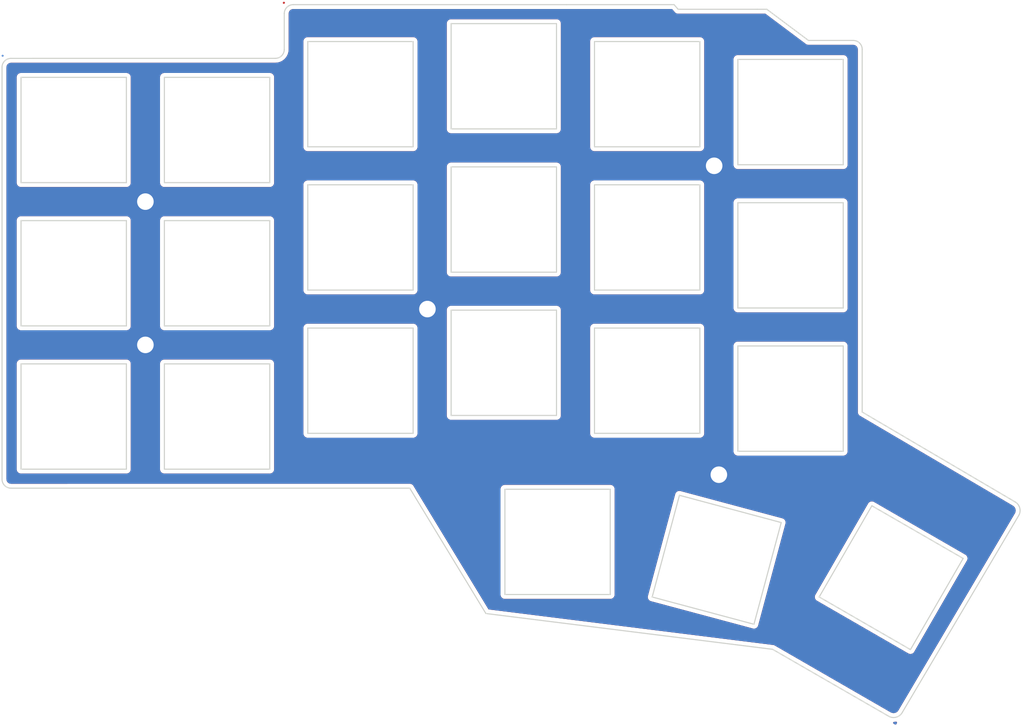
<source format=kicad_pcb>
(kicad_pcb (version 20171130) (host pcbnew 5.1.5)

  (general
    (thickness 1.6)
    (drawings 108)
    (tracks 0)
    (zones 0)
    (modules 5)
    (nets 1)
  )

  (page A4)
  (layers
    (0 F.Cu signal hide)
    (31 B.Cu signal)
    (32 B.Adhes user)
    (33 F.Adhes user)
    (34 B.Paste user)
    (35 F.Paste user)
    (36 B.SilkS user)
    (37 F.SilkS user)
    (38 B.Mask user)
    (39 F.Mask user)
    (40 Dwgs.User user)
    (41 Cmts.User user)
    (42 Eco1.User user)
    (43 Eco2.User user)
    (44 Edge.Cuts user)
    (45 Margin user)
    (46 B.CrtYd user)
    (47 F.CrtYd user)
    (48 B.Fab user)
    (49 F.Fab user)
  )

  (setup
    (last_trace_width 0.25)
    (trace_clearance 0.2)
    (zone_clearance 0.508)
    (zone_45_only no)
    (trace_min 0.2)
    (via_size 0.8)
    (via_drill 0.4)
    (via_min_size 0.4)
    (via_min_drill 0.3)
    (uvia_size 0.3)
    (uvia_drill 0.1)
    (uvias_allowed no)
    (uvia_min_size 0.2)
    (uvia_min_drill 0.1)
    (edge_width 0.05)
    (segment_width 0.2)
    (pcb_text_width 0.3)
    (pcb_text_size 1.5 1.5)
    (mod_edge_width 0.12)
    (mod_text_size 1 1)
    (mod_text_width 0.15)
    (pad_size 1.524 1.524)
    (pad_drill 0.762)
    (pad_to_mask_clearance 0.051)
    (solder_mask_min_width 0.25)
    (aux_axis_origin 0 0)
    (visible_elements FFFFFF7F)
    (pcbplotparams
      (layerselection 0x010fc_ffffffff)
      (usegerberextensions false)
      (usegerberattributes false)
      (usegerberadvancedattributes false)
      (creategerberjobfile false)
      (excludeedgelayer true)
      (linewidth 0.100000)
      (plotframeref false)
      (viasonmask false)
      (mode 1)
      (useauxorigin false)
      (hpglpennumber 1)
      (hpglpenspeed 20)
      (hpglpendiameter 15.000000)
      (psnegative false)
      (psa4output false)
      (plotreference true)
      (plotvalue true)
      (plotinvisibletext false)
      (padsonsilk false)
      (subtractmaskfromsilk false)
      (outputformat 1)
      (mirror false)
      (drillshape 1)
      (scaleselection 1)
      (outputdirectory ""))
  )

  (net 0 "")

  (net_class Default "This is the default net class."
    (clearance 0.2)
    (trace_width 0.25)
    (via_dia 0.8)
    (via_drill 0.4)
    (uvia_dia 0.3)
    (uvia_drill 0.1)
  )

  (module kbd:LEGO_HOLE (layer F.Cu) (tedit 5B890249) (tstamp 5E2C5110)
    (at 185.20878 122.46928)
    (descr "Mounting Hole 2.2mm, no annular, M2")
    (tags "mounting hole 2.2mm no annular m2")
    (attr virtual)
    (fp_text reference "" (at 0 -3.2) (layer F.SilkS)
      (effects (font (size 1 1) (thickness 0.15)))
    )
    (fp_text value "" (at 0 3.2) (layer F.Fab)
      (effects (font (size 1 1) (thickness 0.15)))
    )
    (fp_circle (center 0 0) (end 2.45 0) (layer F.CrtYd) (width 0.05))
    (fp_circle (center 0 0) (end 2.2 0) (layer Cmts.User) (width 0.15))
    (fp_text user %R (at 0.3 0) (layer F.Fab)
      (effects (font (size 1 1) (thickness 0.15)))
    )
    (pad "" thru_hole circle (at 0 0) (size 4 4) (drill 2.2) (layers *.Cu *.Mask))
  )

  (module kbd:LEGO_HOLE (layer F.Cu) (tedit 5B890249) (tstamp 5E2C5110)
    (at 184.58278 81.39428)
    (descr "Mounting Hole 2.2mm, no annular, M2")
    (tags "mounting hole 2.2mm no annular m2")
    (attr virtual)
    (fp_text reference "" (at 0 -3.2) (layer F.SilkS)
      (effects (font (size 1 1) (thickness 0.15)))
    )
    (fp_text value "" (at 0 3.2) (layer F.Fab)
      (effects (font (size 1 1) (thickness 0.15)))
    )
    (fp_circle (center 0 0) (end 2.45 0) (layer F.CrtYd) (width 0.05))
    (fp_circle (center 0 0) (end 2.2 0) (layer Cmts.User) (width 0.15))
    (fp_text user %R (at 0.3 0) (layer F.Fab)
      (effects (font (size 1 1) (thickness 0.15)))
    )
    (pad "" thru_hole circle (at 0 0) (size 4 4) (drill 2.2) (layers *.Cu *.Mask))
  )

  (module kbd:LEGO_HOLE (layer F.Cu) (tedit 5B890249) (tstamp 5E2C5110)
    (at 146.48278 100.44428)
    (descr "Mounting Hole 2.2mm, no annular, M2")
    (tags "mounting hole 2.2mm no annular m2")
    (attr virtual)
    (fp_text reference "" (at 0 -3.2) (layer F.SilkS)
      (effects (font (size 1 1) (thickness 0.15)))
    )
    (fp_text value "" (at 0 3.2) (layer F.Fab)
      (effects (font (size 1 1) (thickness 0.15)))
    )
    (fp_text user %R (at 0.3 0) (layer F.Fab)
      (effects (font (size 1 1) (thickness 0.15)))
    )
    (fp_circle (center 0 0) (end 2.2 0) (layer Cmts.User) (width 0.15))
    (fp_circle (center 0 0) (end 2.45 0) (layer F.CrtYd) (width 0.05))
    (pad "" thru_hole circle (at 0 0) (size 4 4) (drill 2.2) (layers *.Cu *.Mask))
  )

  (module kbd:LEGO_HOLE (layer F.Cu) (tedit 5B890249) (tstamp 5E2C5110)
    (at 109.00753 105.20678)
    (descr "Mounting Hole 2.2mm, no annular, M2")
    (tags "mounting hole 2.2mm no annular m2")
    (attr virtual)
    (fp_text reference "" (at 0 -3.2) (layer F.SilkS)
      (effects (font (size 1 1) (thickness 0.15)))
    )
    (fp_text value "" (at 0 3.2) (layer F.Fab)
      (effects (font (size 1 1) (thickness 0.15)))
    )
    (fp_circle (center 0 0) (end 2.45 0) (layer F.CrtYd) (width 0.05))
    (fp_circle (center 0 0) (end 2.2 0) (layer Cmts.User) (width 0.15))
    (fp_text user %R (at 0.3 0) (layer F.Fab)
      (effects (font (size 1 1) (thickness 0.15)))
    )
    (pad "" thru_hole circle (at 0 0) (size 4 4) (drill 2.2) (layers *.Cu *.Mask))
  )

  (module kbd:LEGO_HOLE (layer F.Cu) (tedit 5B890249) (tstamp 5E2C5110)
    (at 109.00753 86.15678)
    (descr "Mounting Hole 2.2mm, no annular, M2")
    (tags "mounting hole 2.2mm no annular m2")
    (attr virtual)
    (fp_text reference "" (at 0 -3.2) (layer F.SilkS)
      (effects (font (size 1 1) (thickness 0.15)))
    )
    (fp_text value "" (at 0 3.2) (layer F.Fab)
      (effects (font (size 1 1) (thickness 0.15)))
    )
    (fp_circle (center 0 0) (end 2.45 0) (layer F.CrtYd) (width 0.05))
    (fp_circle (center 0 0) (end 2.2 0) (layer Cmts.User) (width 0.15))
    (fp_text user %R (at 0.3 0) (layer F.Fab)
      (effects (font (size 1 1) (thickness 0.15)))
    )
    (pad "" thru_hole circle (at 0 0) (size 4 4) (drill 2.2) (layers *.Cu *.Mask))
  )

  (gr_line (start 210.665958 145.725208) (end 198.541602 138.725208) (layer Edge.Cuts) (width 0.15) (tstamp 5E2BC2C0))
  (gr_line (start 198.541602 138.725208) (end 205.541602 126.600852) (layer Edge.Cuts) (width 0.15) (tstamp 5E2BC2BF))
  (gr_line (start 205.541602 126.600852) (end 217.665958 133.600852) (layer Edge.Cuts) (width 0.15) (tstamp 5E2BC2BE))
  (gr_line (start 210.665958 145.725208) (end 217.665958 133.600852) (layer Edge.Cuts) (width 0.15) (tstamp 5E2BC2BD))
  (gr_line (start 176.348066 138.731527) (end 179.971533 125.208566) (layer Edge.Cuts) (width 0.15) (tstamp 5E2BC2C0))
  (gr_line (start 179.971533 125.208566) (end 193.494494 128.832033) (layer Edge.Cuts) (width 0.15) (tstamp 5E2BC2BF))
  (gr_line (start 193.494494 128.832033) (end 189.871027 142.354994) (layer Edge.Cuts) (width 0.15) (tstamp 5E2BC2BE))
  (gr_line (start 176.348066 138.731527) (end 189.871027 142.354994) (layer Edge.Cuts) (width 0.15) (tstamp 5E2BC2BD))
  (gr_line (start 156.77753 138.40053) (end 156.77753 124.40053) (layer Edge.Cuts) (width 0.15) (tstamp 5E2BC2C0))
  (gr_line (start 156.77753 124.40053) (end 170.77753 124.40053) (layer Edge.Cuts) (width 0.15) (tstamp 5E2BC2BF))
  (gr_line (start 170.77753 124.40053) (end 170.77753 138.40053) (layer Edge.Cuts) (width 0.15) (tstamp 5E2BC2BE))
  (gr_line (start 156.77753 138.40053) (end 170.77753 138.40053) (layer Edge.Cuts) (width 0.15) (tstamp 5E2BC2BD))
  (gr_line (start 201.73378 67.25053) (end 201.73378 81.25053) (layer Edge.Cuts) (width 0.15) (tstamp 5E2BC229))
  (gr_line (start 187.73378 119.35053) (end 187.73378 105.35053) (layer Edge.Cuts) (width 0.15) (tstamp 5E2BC228))
  (gr_line (start 187.73378 105.35053) (end 201.73378 105.35053) (layer Edge.Cuts) (width 0.15) (tstamp 5E2BC227))
  (gr_line (start 187.73378 86.30053) (end 201.73378 86.30053) (layer Edge.Cuts) (width 0.15) (tstamp 5E2BC226))
  (gr_line (start 187.73378 81.25053) (end 187.73378 67.25053) (layer Edge.Cuts) (width 0.15) (tstamp 5E2BC225))
  (gr_line (start 201.73378 105.35053) (end 201.73378 119.35053) (layer Edge.Cuts) (width 0.15) (tstamp 5E2BC224))
  (gr_line (start 187.73378 67.25053) (end 201.73378 67.25053) (layer Edge.Cuts) (width 0.15) (tstamp 5E2BC223))
  (gr_line (start 187.73378 100.30053) (end 187.73378 86.30053) (layer Edge.Cuts) (width 0.15) (tstamp 5E2BC222))
  (gr_line (start 187.73378 119.35053) (end 201.73378 119.35053) (layer Edge.Cuts) (width 0.15) (tstamp 5E2BC221))
  (gr_line (start 201.73378 86.30053) (end 201.73378 100.30053) (layer Edge.Cuts) (width 0.15) (tstamp 5E2BC220))
  (gr_line (start 187.73378 100.30053) (end 201.73378 100.30053) (layer Edge.Cuts) (width 0.15) (tstamp 5E2BC21F))
  (gr_line (start 187.73378 81.25053) (end 201.73378 81.25053) (layer Edge.Cuts) (width 0.15) (tstamp 5E2BC21E))
  (gr_line (start 182.68378 83.91928) (end 182.68378 97.91928) (layer Edge.Cuts) (width 0.15) (tstamp 5E2BC1E2))
  (gr_line (start 168.68378 116.96928) (end 182.68378 116.96928) (layer Edge.Cuts) (width 0.15) (tstamp 5E2BC1E1))
  (gr_line (start 168.68378 97.91928) (end 182.68378 97.91928) (layer Edge.Cuts) (width 0.15) (tstamp 5E2BC1E0))
  (gr_line (start 182.68378 64.86928) (end 182.68378 78.86928) (layer Edge.Cuts) (width 0.15) (tstamp 5E2BC1DF))
  (gr_line (start 168.68378 97.91928) (end 168.68378 83.91928) (layer Edge.Cuts) (width 0.15) (tstamp 5E2BC1DE))
  (gr_line (start 182.68378 102.96928) (end 182.68378 116.96928) (layer Edge.Cuts) (width 0.15) (tstamp 5E2BC1DD))
  (gr_line (start 168.68378 64.86928) (end 182.68378 64.86928) (layer Edge.Cuts) (width 0.15) (tstamp 5E2BC1DC))
  (gr_line (start 168.68378 78.86928) (end 168.68378 64.86928) (layer Edge.Cuts) (width 0.15) (tstamp 5E2BC1DB))
  (gr_line (start 168.68378 83.91928) (end 182.68378 83.91928) (layer Edge.Cuts) (width 0.15) (tstamp 5E2BC1DA))
  (gr_line (start 168.68378 102.96928) (end 182.68378 102.96928) (layer Edge.Cuts) (width 0.15) (tstamp 5E2BC1D9))
  (gr_line (start 168.68378 116.96928) (end 168.68378 102.96928) (layer Edge.Cuts) (width 0.15) (tstamp 5E2BC1D8))
  (gr_line (start 168.68378 78.86928) (end 182.68378 78.86928) (layer Edge.Cuts) (width 0.15) (tstamp 5E2BC1D7))
  (gr_line (start 149.63378 76.48803) (end 163.63378 76.48803) (layer Edge.Cuts) (width 0.15) (tstamp 5E2BC086))
  (gr_line (start 163.63378 62.48803) (end 163.63378 76.48803) (layer Edge.Cuts) (width 0.15) (tstamp 5E2BC085))
  (gr_line (start 149.63378 62.48803) (end 163.63378 62.48803) (layer Edge.Cuts) (width 0.15) (tstamp 5E2BC084))
  (gr_line (start 149.63378 95.53803) (end 149.63378 81.53803) (layer Edge.Cuts) (width 0.15) (tstamp 5E2BC083))
  (gr_line (start 163.63378 81.53803) (end 163.63378 95.53803) (layer Edge.Cuts) (width 0.15) (tstamp 5E2BC082))
  (gr_line (start 149.63378 100.58803) (end 163.63378 100.58803) (layer Edge.Cuts) (width 0.15) (tstamp 5E2BC081))
  (gr_line (start 149.63378 114.58803) (end 149.63378 100.58803) (layer Edge.Cuts) (width 0.15) (tstamp 5E2BC080))
  (gr_line (start 149.63378 95.53803) (end 163.63378 95.53803) (layer Edge.Cuts) (width 0.15) (tstamp 5E2BC07F))
  (gr_line (start 149.63378 81.53803) (end 163.63378 81.53803) (layer Edge.Cuts) (width 0.15) (tstamp 5E2BC07E))
  (gr_line (start 149.63378 114.58803) (end 163.63378 114.58803) (layer Edge.Cuts) (width 0.15) (tstamp 5E2BC07D))
  (gr_line (start 149.63378 76.48803) (end 149.63378 62.48803) (layer Edge.Cuts) (width 0.15) (tstamp 5E2BC07C))
  (gr_line (start 163.63378 100.58803) (end 163.63378 114.58803) (layer Edge.Cuts) (width 0.15) (tstamp 5E2BC07B))
  (gr_line (start 130.58378 78.86928) (end 130.58378 64.86928) (layer Edge.Cuts) (width 0.15) (tstamp 5E2BBFD8))
  (gr_line (start 144.58378 64.86928) (end 144.58378 78.86928) (layer Edge.Cuts) (width 0.15) (tstamp 5E2BBFD7))
  (gr_line (start 130.58378 78.86928) (end 144.58378 78.86928) (layer Edge.Cuts) (width 0.15) (tstamp 5E2BBFD6))
  (gr_line (start 130.58378 64.86928) (end 144.58378 64.86928) (layer Edge.Cuts) (width 0.15) (tstamp 5E2BBFD5))
  (gr_line (start 130.58378 83.91928) (end 144.58378 83.91928) (layer Edge.Cuts) (width 0.15) (tstamp 5E2BBF58))
  (gr_line (start 130.58378 97.91928) (end 130.58378 83.91928) (layer Edge.Cuts) (width 0.15) (tstamp 5E2BBF57))
  (gr_line (start 130.58378 97.91928) (end 144.58378 97.91928) (layer Edge.Cuts) (width 0.15) (tstamp 5E2BBF56))
  (gr_line (start 144.58378 83.91928) (end 144.58378 97.91928) (layer Edge.Cuts) (width 0.15) (tstamp 5E2BBF55))
  (gr_line (start 130.58378 116.96928) (end 144.58378 116.96928) (layer Edge.Cuts) (width 0.15) (tstamp 5E2BBC38))
  (gr_line (start 130.58378 116.96928) (end 130.58378 102.96928) (layer Edge.Cuts) (width 0.15) (tstamp 5E2BBC37))
  (gr_line (start 130.58378 102.96928) (end 144.58378 102.96928) (layer Edge.Cuts) (width 0.15) (tstamp 5E2BBC36))
  (gr_line (start 144.58378 102.96928) (end 144.58378 116.96928) (layer Edge.Cuts) (width 0.15) (tstamp 5E2BBC35))
  (gr_line (start 125.53253 107.73178) (end 125.53253 121.73178) (layer Edge.Cuts) (width 0.15) (tstamp 5E2BBC1D))
  (gr_line (start 92.48253 107.73178) (end 106.48253 107.73178) (layer Edge.Cuts) (width 0.15) (tstamp 5E2BBC1C))
  (gr_line (start 92.48253 121.73178) (end 106.48253 121.73178) (layer Edge.Cuts) (width 0.15) (tstamp 5E2BBC1B))
  (gr_line (start 106.48253 107.73178) (end 106.48253 121.73178) (layer Edge.Cuts) (width 0.15) (tstamp 5E2BBC1A))
  (gr_line (start 111.53253 121.73178) (end 125.53253 121.73178) (layer Edge.Cuts) (width 0.15) (tstamp 5E2BBC19))
  (gr_line (start 111.53253 121.73178) (end 111.53253 107.73178) (layer Edge.Cuts) (width 0.15) (tstamp 5E2BBC18))
  (gr_line (start 92.48253 121.73178) (end 92.48253 107.73178) (layer Edge.Cuts) (width 0.15) (tstamp 5E2BBC17))
  (gr_line (start 111.53253 107.73178) (end 125.53253 107.73178) (layer Edge.Cuts) (width 0.15) (tstamp 5E2BBC16))
  (gr_line (start 111.53253 102.68178) (end 111.53253 88.68178) (layer Edge.Cuts) (width 0.15) (tstamp 5E2BBBDE))
  (gr_line (start 92.48253 102.68178) (end 92.48253 88.68178) (layer Edge.Cuts) (width 0.15) (tstamp 5E2BBBDD))
  (gr_line (start 125.53253 88.68178) (end 125.53253 102.68178) (layer Edge.Cuts) (width 0.15) (tstamp 5E2BBBDC))
  (gr_line (start 111.53253 88.68178) (end 125.53253 88.68178) (layer Edge.Cuts) (width 0.15) (tstamp 5E2BBBDB))
  (gr_line (start 92.48253 102.68178) (end 106.48253 102.68178) (layer Edge.Cuts) (width 0.15) (tstamp 5E2BBBDA))
  (gr_line (start 92.48253 88.68178) (end 106.48253 88.68178) (layer Edge.Cuts) (width 0.15) (tstamp 5E2BBBD9))
  (gr_line (start 111.53253 102.68178) (end 125.53253 102.68178) (layer Edge.Cuts) (width 0.15) (tstamp 5E2BBBD8))
  (gr_line (start 106.48253 88.68178) (end 106.48253 102.68178) (layer Edge.Cuts) (width 0.15) (tstamp 5E2BBBD7))
  (gr_line (start 111.53253 83.63178) (end 111.53253 69.63178) (layer Edge.Cuts) (width 0.15) (tstamp 5E2BBB2C))
  (gr_line (start 111.53253 83.63178) (end 125.53253 83.63178) (layer Edge.Cuts) (width 0.15) (tstamp 5E2BBB2B))
  (gr_line (start 111.53253 69.63178) (end 125.53253 69.63178) (layer Edge.Cuts) (width 0.15) (tstamp 5E2BBB2A))
  (gr_line (start 125.53253 69.63178) (end 125.53253 83.63178) (layer Edge.Cuts) (width 0.15) (tstamp 5E2BBB29))
  (gr_line (start 106.48253 69.63178) (end 106.48253 83.63178) (layer Edge.Cuts) (width 0.15) (tstamp 5E2BB516))
  (gr_line (start 92.48253 83.63178) (end 92.48253 69.63178) (layer Edge.Cuts) (width 0.15) (tstamp 5E2BB515))
  (gr_line (start 92.48253 69.63178) (end 106.48253 69.63178) (layer Edge.Cuts) (width 0.15) (tstamp 5E2BB514))
  (gr_line (start 92.48253 83.63178) (end 106.48253 83.63178) (layer Edge.Cuts) (width 0.15) (tstamp 5E2BB513))
  (gr_line (start 197.11378 64.72553) (end 191.58458 60.58408) (angle 90) (layer Edge.Cuts) (width 0.15) (tstamp 5E2BBD08))
  (gr_line (start 191.58458 60.58408) (end 190.31458 60.58408) (angle 90) (layer Edge.Cuts) (width 0.15) (tstamp 5E2BBBA9))
  (gr_arc (start 203.066905 65.916155) (end 203.066905 64.72553) (angle 90) (layer Edge.Cuts) (width 0.15) (tstamp 5E2BBBA8))
  (gr_arc (start 91.146905 68.299905) (end 89.95628 68.299905) (angle 90) (layer Edge.Cuts) (width 0.15) (tstamp 5E2BBBA7))
  (gr_arc (start 128.652843 61.153655) (end 127.462218 61.153655) (angle 90) (layer Edge.Cuts) (width 0.15) (tstamp 5E2BBBA6))
  (gr_arc (start 126.271593 65.916156) (end 127.462218 65.916156) (angle 90) (layer Edge.Cuts) (width 0.15) (tstamp 5E2BBBA5))
  (gr_arc (start 91.146905 123.068655) (end 91.146905 124.25928) (angle 90) (layer Edge.Cuts) (width 0.15) (tstamp 5E2BBBA4))
  (gr_line (start 127.462218 61.153655) (end 127.462218 65.916155) (angle 90) (layer Edge.Cuts) (width 0.15) (tstamp 5E2BBBA3))
  (gr_line (start 126.271593 67.10678) (end 91.146905 67.10928) (angle 90) (layer Edge.Cuts) (width 0.15) (tstamp 5E2BBBA2))
  (gr_line (start 89.95628 68.299905) (end 89.95628 123.068655) (angle 90) (layer Edge.Cuts) (width 0.15) (tstamp 5E2BBBA1))
  (gr_line (start 197.11378 64.72553) (end 203.066905 64.72553) (angle 90) (layer Edge.Cuts) (width 0.15) (tstamp 5E2BBBA0))
  (gr_line (start 204.25753 65.916155) (end 204.25753 114.136468) (angle 90) (layer Edge.Cuts) (width 0.15) (tstamp 5E2BBB9F))
  (gr_line (start 91.14378 124.25928) (end 144.130968 124.25678) (angle 90) (layer Edge.Cuts) (width 0.15) (tstamp 5E2BBB9E))
  (gr_line (start 154.25128 140.92553) (end 192.35128 145.68803) (angle 90) (layer Edge.Cuts) (width 0.15) (tstamp 5E2BBB9D))
  (gr_line (start 154.25128 140.92553) (end 144.130968 124.25678) (angle 90) (layer Edge.Cuts) (width 0.15) (tstamp 5E2BBB9C))
  (gr_arc (start 223.902843 127.233343) (end 224.498155 126.042718) (angle 90) (layer Edge.Cuts) (width 0.15) (tstamp 5E2BBB9B))
  (gr_arc (start 208.424718 153.427093) (end 209.615343 154.022405) (angle 90) (layer Edge.Cuts) (width 0.15) (tstamp 5E2BBB9A))
  (gr_line (start 224.498155 126.042718) (end 204.25753 114.136468) (angle 90) (layer Edge.Cuts) (width 0.15) (tstamp 5E2BBB99))
  (gr_line (start 225.093468 127.828655) (end 209.615343 154.022405) (angle 90) (layer Edge.Cuts) (width 0.15) (tstamp 5E2BBB98))
  (gr_line (start 207.829405 154.617718) (end 192.35128 145.68803) (angle 90) (layer Edge.Cuts) (width 0.15) (tstamp 5E2BBB97))
  (gr_line (start 179.79898 60.58408) (end 190.31458 60.58408) (angle 90) (layer Edge.Cuts) (width 0.15) (tstamp 5E2BB95A))
  (gr_line (start 179.254405 59.96303) (end 179.79898 60.58408) (angle 90) (layer Edge.Cuts) (width 0.15) (tstamp 5E2BB927))
  (gr_line (start 164.966905 59.96303) (end 179.254405 59.96303) (angle 90) (layer Edge.Cuts) (width 0.15) (tstamp 5E2BB8F4))
  (gr_line (start 128.652843 59.96303) (end 164.966905 59.96303) (angle 90) (layer Edge.Cuts) (width 0.15) (tstamp 5E2BB8C1))

  (zone (net 0) (net_name "") (layers F&B.Cu) (tstamp 5E2BC676) (hatch edge 0.508)
    (connect_pads (clearance 0.508))
    (min_thickness 0.254)
    (keepout (tracks not_allowed) (vias not_allowed) (copperpour not_allowed))
    (fill (arc_segments 16) (thermal_gap 0.508) (thermal_bridge_width 0.508))
    (polygon
      (pts
        (xy 92.63253 69.78178) (xy 92.63253 83.48178) (xy 106.33253 83.48178) (xy 106.33253 69.78178)
      )
    )
  )
  (zone (net 0) (net_name "") (layers F&B.Cu) (tstamp 5E2BC676) (hatch edge 0.508)
    (connect_pads (clearance 0.508))
    (min_thickness 0.254)
    (keepout (tracks not_allowed) (vias not_allowed) (copperpour not_allowed))
    (fill (arc_segments 16) (thermal_gap 0.508) (thermal_bridge_width 0.508))
    (polygon
      (pts
        (xy 92.63253 88.83178) (xy 92.63253 102.53178) (xy 106.33253 102.53178) (xy 106.33253 88.83178)
      )
    )
  )
  (zone (net 0) (net_name "") (layers F&B.Cu) (tstamp 5E2BC676) (hatch edge 0.508)
    (connect_pads (clearance 0.508))
    (min_thickness 0.254)
    (keepout (tracks not_allowed) (vias not_allowed) (copperpour not_allowed))
    (fill (arc_segments 16) (thermal_gap 0.508) (thermal_bridge_width 0.508))
    (polygon
      (pts
        (xy 92.63253 107.88178) (xy 92.63253 121.58178) (xy 106.33253 121.58178) (xy 106.33253 107.88178)
      )
    )
  )
  (zone (net 0) (net_name "") (layers F&B.Cu) (tstamp 5E2BC676) (hatch edge 0.508)
    (connect_pads (clearance 0.508))
    (min_thickness 0.254)
    (keepout (tracks not_allowed) (vias not_allowed) (copperpour not_allowed))
    (fill (arc_segments 16) (thermal_gap 0.508) (thermal_bridge_width 0.508))
    (polygon
      (pts
        (xy 111.68253 107.88178) (xy 111.68253 121.58178) (xy 125.38253 121.58178) (xy 125.38253 107.88178)
      )
    )
  )
  (zone (net 0) (net_name "") (layers F&B.Cu) (tstamp 5E2BC676) (hatch edge 0.508)
    (connect_pads (clearance 0.508))
    (min_thickness 0.254)
    (keepout (tracks not_allowed) (vias not_allowed) (copperpour not_allowed))
    (fill (arc_segments 16) (thermal_gap 0.508) (thermal_bridge_width 0.508))
    (polygon
      (pts
        (xy 111.68253 88.83178) (xy 111.68253 102.53178) (xy 125.38253 102.53178) (xy 125.38253 88.83178)
      )
    )
  )
  (zone (net 0) (net_name "") (layers F&B.Cu) (tstamp 5E2BC676) (hatch edge 0.508)
    (connect_pads (clearance 0.508))
    (min_thickness 0.254)
    (keepout (tracks not_allowed) (vias not_allowed) (copperpour not_allowed))
    (fill (arc_segments 16) (thermal_gap 0.508) (thermal_bridge_width 0.508))
    (polygon
      (pts
        (xy 111.68253 69.78178) (xy 111.68253 83.48178) (xy 125.38253 83.48178) (xy 125.38253 69.78178)
      )
    )
  )
  (zone (net 0) (net_name "") (layers F&B.Cu) (tstamp 5E2BC676) (hatch edge 0.508)
    (connect_pads (clearance 0.508))
    (min_thickness 0.254)
    (keepout (tracks not_allowed) (vias not_allowed) (copperpour not_allowed))
    (fill (arc_segments 16) (thermal_gap 0.508) (thermal_bridge_width 0.508))
    (polygon
      (pts
        (xy 130.73378 65.01928) (xy 130.73378 78.71928) (xy 144.43378 78.71928) (xy 144.43378 65.01928)
      )
    )
  )
  (zone (net 0) (net_name "") (layers F&B.Cu) (tstamp 5E2BC676) (hatch edge 0.508)
    (connect_pads (clearance 0.508))
    (min_thickness 0.254)
    (keepout (tracks not_allowed) (vias not_allowed) (copperpour not_allowed))
    (fill (arc_segments 16) (thermal_gap 0.508) (thermal_bridge_width 0.508))
    (polygon
      (pts
        (xy 130.73378 84.06928) (xy 130.73378 97.76928) (xy 144.43378 97.76928) (xy 144.43378 84.06928)
      )
    )
  )
  (zone (net 0) (net_name "") (layers F&B.Cu) (tstamp 5E2BC676) (hatch edge 0.508)
    (connect_pads (clearance 0.508))
    (min_thickness 0.254)
    (keepout (tracks not_allowed) (vias not_allowed) (copperpour not_allowed))
    (fill (arc_segments 16) (thermal_gap 0.508) (thermal_bridge_width 0.508))
    (polygon
      (pts
        (xy 130.73378 103.11928) (xy 130.73378 116.81928) (xy 144.43378 116.81928) (xy 144.43378 103.11928)
      )
    )
  )
  (zone (net 0) (net_name "") (layers F&B.Cu) (tstamp 5E2BC676) (hatch edge 0.508)
    (connect_pads (clearance 0.508))
    (min_thickness 0.254)
    (keepout (tracks not_allowed) (vias not_allowed) (copperpour not_allowed))
    (fill (arc_segments 16) (thermal_gap 0.508) (thermal_bridge_width 0.508))
    (polygon
      (pts
        (xy 149.78378 62.63803) (xy 149.78378 76.33803) (xy 163.48378 76.33803) (xy 163.48378 62.63803)
      )
    )
  )
  (zone (net 0) (net_name "") (layers F&B.Cu) (tstamp 5E2BC676) (hatch edge 0.508)
    (connect_pads (clearance 0.508))
    (min_thickness 0.254)
    (keepout (tracks not_allowed) (vias not_allowed) (copperpour not_allowed))
    (fill (arc_segments 16) (thermal_gap 0.508) (thermal_bridge_width 0.508))
    (polygon
      (pts
        (xy 149.78378 81.68803) (xy 149.78378 95.38803) (xy 163.48378 95.38803) (xy 163.48378 81.68803)
      )
    )
  )
  (zone (net 0) (net_name "") (layers F&B.Cu) (tstamp 5E2BC676) (hatch edge 0.508)
    (connect_pads (clearance 0.508))
    (min_thickness 0.254)
    (keepout (tracks not_allowed) (vias not_allowed) (copperpour not_allowed))
    (fill (arc_segments 16) (thermal_gap 0.508) (thermal_bridge_width 0.508))
    (polygon
      (pts
        (xy 149.78378 100.73803) (xy 149.78378 114.43803) (xy 163.48378 114.43803) (xy 163.48378 100.73803)
      )
    )
  )
  (zone (net 0) (net_name "") (layers F&B.Cu) (tstamp 5E2BC676) (hatch edge 0.508)
    (connect_pads (clearance 0.508))
    (min_thickness 0.254)
    (keepout (tracks not_allowed) (vias not_allowed) (copperpour not_allowed))
    (fill (arc_segments 16) (thermal_gap 0.508) (thermal_bridge_width 0.508))
    (polygon
      (pts
        (xy 168.83378 103.11928) (xy 168.83378 116.81928) (xy 182.53378 116.81928) (xy 182.53378 103.11928)
      )
    )
  )
  (zone (net 0) (net_name "") (layers F&B.Cu) (tstamp 5E2BC676) (hatch edge 0.508)
    (connect_pads (clearance 0.508))
    (min_thickness 0.254)
    (keepout (tracks not_allowed) (vias not_allowed) (copperpour not_allowed))
    (fill (arc_segments 16) (thermal_gap 0.508) (thermal_bridge_width 0.508))
    (polygon
      (pts
        (xy 168.83378 84.06928) (xy 168.83378 97.76928) (xy 182.53378 97.76928) (xy 182.53378 84.06928)
      )
    )
  )
  (zone (net 0) (net_name "") (layers F&B.Cu) (tstamp 5E2BC676) (hatch edge 0.508)
    (connect_pads (clearance 0.508))
    (min_thickness 0.254)
    (keepout (tracks not_allowed) (vias not_allowed) (copperpour not_allowed))
    (fill (arc_segments 16) (thermal_gap 0.508) (thermal_bridge_width 0.508))
    (polygon
      (pts
        (xy 168.83378 65.01928) (xy 168.83378 78.71928) (xy 182.53378 78.71928) (xy 182.53378 65.01928)
      )
    )
  )
  (zone (net 0) (net_name "") (layers F&B.Cu) (tstamp 5E2BC676) (hatch edge 0.508)
    (connect_pads (clearance 0.508))
    (min_thickness 0.254)
    (keepout (tracks not_allowed) (vias not_allowed) (copperpour not_allowed))
    (fill (arc_segments 16) (thermal_gap 0.508) (thermal_bridge_width 0.508))
    (polygon
      (pts
        (xy 187.88378 67.40053) (xy 187.88378 81.10053) (xy 201.58378 81.10053) (xy 201.58378 67.40053)
      )
    )
  )
  (zone (net 0) (net_name "") (layers F&B.Cu) (tstamp 5E2BC676) (hatch edge 0.508)
    (connect_pads (clearance 0.508))
    (min_thickness 0.254)
    (keepout (tracks not_allowed) (vias not_allowed) (copperpour not_allowed))
    (fill (arc_segments 16) (thermal_gap 0.508) (thermal_bridge_width 0.508))
    (polygon
      (pts
        (xy 187.88378 86.45053) (xy 187.88378 100.15053) (xy 201.58378 100.15053) (xy 201.58378 86.45053)
      )
    )
  )
  (zone (net 0) (net_name "") (layers F&B.Cu) (tstamp 5E2BC676) (hatch edge 0.508)
    (connect_pads (clearance 0.508))
    (min_thickness 0.254)
    (keepout (tracks not_allowed) (vias not_allowed) (copperpour not_allowed))
    (fill (arc_segments 16) (thermal_gap 0.508) (thermal_bridge_width 0.508))
    (polygon
      (pts
        (xy 187.88378 105.50053) (xy 187.88378 119.20053) (xy 201.58378 119.20053) (xy 201.58378 105.50053)
      )
    )
  )
  (zone (net 0) (net_name "") (layers F&B.Cu) (tstamp 5E2BC676) (hatch edge 0.508)
    (connect_pads (clearance 0.508))
    (min_thickness 0.254)
    (keepout (tracks not_allowed) (vias not_allowed) (copperpour not_allowed))
    (fill (arc_segments 16) (thermal_gap 0.508) (thermal_bridge_width 0.508))
    (polygon
      (pts
        (xy 156.92753 124.55053) (xy 156.92753 138.25053) (xy 170.62753 138.25053) (xy 170.62753 124.55053)
      )
    )
  )
  (zone (net 0) (net_name "") (layers F&B.Cu) (tstamp 5E2BC676) (hatch edge 0.508)
    (connect_pads (clearance 0.508))
    (min_thickness 0.254)
    (keepout (tracks not_allowed) (vias not_allowed) (copperpour not_allowed))
    (fill (arc_segments 16) (thermal_gap 0.508) (thermal_bridge_width 0.508))
    (polygon
      (pts
        (xy 180.121533 125.358566) (xy 176.575712 138.59175) (xy 189.808896 142.137571) (xy 193.354717 128.904387)
      )
    )
  )
  (zone (net 0) (net_name "") (layers F&B.Cu) (tstamp 5E2BC9BD) (hatch edge 0.508)
    (connect_pads (clearance 0.508))
    (min_thickness 0.254)
    (keepout (tracks not_allowed) (vias not_allowed) (copperpour not_allowed))
    (fill (arc_segments 16) (thermal_gap 0.508) (thermal_bridge_width 0.508))
    (polygon
      (pts
        (xy 198.754699 138.672967) (xy 210.619247 145.522967) (xy 217.469247 133.658419) (xy 205.604699 126.808419)
      )
    )
  )
  (zone (net 0) (net_name "") (layer B.Cu) (tstamp 5E2BCAD0) (hatch edge 0.508)
    (connect_pads (clearance 0.508))
    (min_thickness 0.254)
    (fill yes (arc_segments 32) (thermal_gap 0.508) (thermal_bridge_width 0.508))
    (polygon
      (pts
        (xy 180.24348 60.22086) (xy 191.7319 60.22086) (xy 197.27926 64.45758) (xy 204.48778 64.45758) (xy 204.48778 114.01806)
        (xy 225.76028 126.55296) (xy 208.7245 155.74518) (xy 192.1256 146.04746) (xy 154.0764 141.1986) (xy 143.9418 124.5997)
        (xy 89.6874 124.42444) (xy 89.90584 66.62928) (xy 126.86284 66.74358) (xy 127.29972 59.62396) (xy 179.49926 59.3471)
      )
    )
    (filled_polygon
      (pts
        (xy 208.678855 155.571426) (xy 208.489614 155.460864) (xy 208.619706 155.456696) (xy 208.683502 155.448371) (xy 208.747435 155.440934)
        (xy 208.756146 155.438981)
      )
    )
    (filled_polygon
      (pts
        (xy 179.257505 61.04347) (xy 179.294505 61.088555) (xy 179.330575 61.118157) (xy 179.36463 61.150057) (xy 179.384514 61.162423)
        (xy 179.402617 61.17728) (xy 179.443778 61.199281) (xy 179.483394 61.223919) (xy 179.505304 61.232167) (xy 179.52596 61.243208)
        (xy 179.570617 61.256755) (xy 179.614283 61.273193) (xy 179.637385 61.277009) (xy 179.659796 61.283807) (xy 179.706241 61.288381)
        (xy 179.752272 61.295984) (xy 179.810548 61.29408) (xy 191.348163 61.29408) (xy 196.675535 65.284359) (xy 196.717417 65.31873)
        (xy 196.762234 65.342685) (xy 196.805696 65.369016) (xy 196.823787 65.375586) (xy 196.84076 65.384658) (xy 196.8894 65.399413)
        (xy 196.937155 65.416755) (xy 196.956171 65.419668) (xy 196.974596 65.425257) (xy 197.025187 65.43024) (xy 197.075399 65.437931)
        (xy 197.129498 65.43553) (xy 203.032176 65.43553) (xy 203.1596 65.448024) (xy 203.248759 65.474942) (xy 203.330993 65.518667)
        (xy 203.403171 65.577534) (xy 203.462537 65.649295) (xy 203.506838 65.731227) (xy 203.534378 65.820194) (xy 203.54753 65.945332)
        (xy 203.547531 114.121955) (xy 203.545267 114.177342) (xy 203.552946 114.226328) (xy 203.557804 114.275652) (xy 203.563752 114.29526)
        (xy 203.566927 114.315513) (xy 203.584016 114.362062) (xy 203.598403 114.409488) (xy 203.608062 114.427558) (xy 203.615127 114.446803)
        (xy 203.640966 114.489119) (xy 203.664331 114.532831) (xy 203.677332 114.548673) (xy 203.688014 114.566166) (xy 203.721608 114.602623)
        (xy 203.753056 114.640943) (xy 203.768898 114.653944) (xy 203.782787 114.669017) (xy 203.822843 114.698215) (xy 203.861168 114.729668)
        (xy 203.910062 114.755802) (xy 224.12908 126.649344) (xy 224.281171 126.74499) (xy 224.368821 126.827775) (xy 224.438721 126.926008)
        (xy 224.488211 127.035949) (xy 224.515403 127.153404) (xy 224.519264 127.273908) (xy 224.499645 127.392867) (xy 224.453312 127.516362)
        (xy 209.009111 153.652703) (xy 208.91307 153.805422) (xy 208.830285 153.893072) (xy 208.732055 153.96297) (xy 208.622113 154.012461)
        (xy 208.504656 154.039653) (xy 208.384153 154.043514) (xy 208.265194 154.023895) (xy 208.13853 153.976373) (xy 192.734384 145.089366)
        (xy 192.703946 145.067855) (xy 192.641935 145.040246) (xy 192.58039 145.012384) (xy 192.578222 145.011879) (xy 192.57618 145.01097)
        (xy 192.509973 144.995989) (xy 192.444175 144.980669) (xy 192.406946 144.979462) (xy 154.680007 140.263596) (xy 145.04886 124.40053)
        (xy 156.064095 124.40053) (xy 156.067531 124.435417) (xy 156.06753 138.365653) (xy 156.064095 138.40053) (xy 156.077803 138.539714)
        (xy 156.118402 138.67355) (xy 156.18433 138.796893) (xy 156.273055 138.905005) (xy 156.341105 138.960852) (xy 156.381167 138.99373)
        (xy 156.50451 139.059658) (xy 156.638346 139.100257) (xy 156.77753 139.113965) (xy 156.812407 139.11053) (xy 170.742653 139.11053)
        (xy 170.77753 139.113965) (xy 170.812407 139.11053) (xy 170.916714 139.100257) (xy 171.05055 139.059658) (xy 171.173893 138.99373)
        (xy 171.282005 138.905005) (xy 171.37073 138.796893) (xy 171.430609 138.684866) (xy 175.636159 138.684866) (xy 175.640735 138.824649)
        (xy 175.672493 138.960852) (xy 175.730213 139.088244) (xy 175.811678 139.201927) (xy 175.913755 139.297532) (xy 176.032522 139.371387)
        (xy 176.163416 139.420652) (xy 176.197993 139.426361) (xy 189.653581 143.031775) (xy 189.686377 143.044119) (xy 189.720951 143.049827)
        (xy 189.720954 143.049828) (xy 189.824366 143.066901) (xy 189.964149 143.062325) (xy 190.017746 143.049828) (xy 190.100353 143.030567)
        (xy 190.227745 142.972847) (xy 190.341428 142.891382) (xy 190.437033 142.789306) (xy 190.510888 142.670538) (xy 190.560152 142.539644)
        (xy 190.565861 142.505064) (xy 191.566168 138.771868) (xy 197.829695 138.771868) (xy 197.852477 138.909858) (xy 197.901742 139.040752)
        (xy 197.975596 139.159519) (xy 198.071202 139.261597) (xy 198.184885 139.34306) (xy 198.216805 139.357523) (xy 210.280759 146.32265)
        (xy 210.309241 146.34306) (xy 210.341157 146.357521) (xy 210.341162 146.357524) (xy 210.436631 146.400781) (xy 210.572836 146.432539)
        (xy 210.712618 146.437115) (xy 210.850608 146.414333) (xy 210.981502 146.365068) (xy 211.100269 146.291214) (xy 211.202347 146.195608)
        (xy 211.263397 146.110412) (xy 211.263398 146.11041) (xy 211.28381 146.081925) (xy 211.298273 146.050005) (xy 218.2634 133.986051)
        (xy 218.28381 133.957569) (xy 218.298271 133.925653) (xy 218.298274 133.925648) (xy 218.341531 133.830179) (xy 218.373289 133.693974)
        (xy 218.377865 133.554192) (xy 218.377865 133.554191) (xy 218.355083 133.416201) (xy 218.305818 133.285307) (xy 218.231963 133.16654)
        (xy 218.136358 133.064462) (xy 218.051162 133.003412) (xy 218.051153 133.003407) (xy 218.022675 132.983) (xy 217.990763 132.968541)
        (xy 205.926805 126.003413) (xy 205.898319 125.983) (xy 205.770928 125.925279) (xy 205.634723 125.893521) (xy 205.494942 125.888945)
        (xy 205.494941 125.888945) (xy 205.356951 125.911727) (xy 205.226057 125.960992) (xy 205.190666 125.983) (xy 205.107291 126.034846)
        (xy 205.10729 126.034847) (xy 205.005212 126.130452) (xy 204.944162 126.215648) (xy 204.944157 126.215657) (xy 204.92375 126.244135)
        (xy 204.909291 126.276047) (xy 197.944163 138.340005) (xy 197.92375 138.368491) (xy 197.909286 138.400412) (xy 197.909286 138.400413)
        (xy 197.866029 138.495882) (xy 197.834271 138.632087) (xy 197.829695 138.771868) (xy 191.566168 138.771868) (xy 194.171275 129.049481)
        (xy 194.183619 129.016683) (xy 194.206402 128.878694) (xy 194.201825 128.73891) (xy 194.170067 128.602707) (xy 194.112347 128.475315)
        (xy 194.030883 128.361632) (xy 193.928806 128.266027) (xy 193.810038 128.192172) (xy 193.711944 128.155252) (xy 193.711937 128.15525)
        (xy 193.679144 128.142908) (xy 193.644574 128.1372) (xy 180.188984 124.531786) (xy 180.156183 124.519441) (xy 180.018194 124.496658)
        (xy 179.87841 124.501235) (xy 179.742207 124.532993) (xy 179.614815 124.590713) (xy 179.501132 124.672177) (xy 179.405527 124.774254)
        (xy 179.331672 124.893022) (xy 179.294752 124.991116) (xy 179.294749 124.991126) (xy 179.282408 125.023916) (xy 179.276701 125.058484)
        (xy 175.671285 138.514079) (xy 175.658941 138.546877) (xy 175.653232 138.581453) (xy 175.653232 138.581455) (xy 175.636159 138.684866)
        (xy 171.430609 138.684866) (xy 171.436658 138.67355) (xy 171.477257 138.539714) (xy 171.490965 138.40053) (xy 171.48753 138.365653)
        (xy 171.48753 124.435407) (xy 171.490965 124.40053) (xy 171.477257 124.261346) (xy 171.436658 124.12751) (xy 171.37073 124.004167)
        (xy 171.282005 123.896055) (xy 171.173893 123.80733) (xy 171.05055 123.741402) (xy 170.916714 123.700803) (xy 170.812407 123.69053)
        (xy 170.77753 123.687095) (xy 170.742653 123.69053) (xy 156.812407 123.69053) (xy 156.77753 123.687095) (xy 156.742653 123.69053)
        (xy 156.638346 123.700803) (xy 156.50451 123.741402) (xy 156.381167 123.80733) (xy 156.273055 123.896055) (xy 156.18433 124.004167)
        (xy 156.118402 124.12751) (xy 156.077803 124.261346) (xy 156.064095 124.40053) (xy 145.04886 124.40053) (xy 144.747957 123.904926)
        (xy 144.724149 123.86039) (xy 144.689566 123.818254) (xy 144.656852 123.774665) (xy 144.645279 123.764295) (xy 144.635419 123.752282)
        (xy 144.593284 123.717706) (xy 144.55269 123.681333) (xy 144.539314 123.673419) (xy 144.527302 123.663562) (xy 144.479239 123.637875)
        (xy 144.432324 123.610117) (xy 144.41766 123.604964) (xy 144.403956 123.59764) (xy 144.351807 123.581823) (xy 144.300375 123.56375)
        (xy 144.284988 123.561557) (xy 144.270118 123.557047) (xy 144.215878 123.551708) (xy 144.161916 123.544017) (xy 144.111503 123.546782)
        (xy 91.18162 123.549279) (xy 91.05421 123.536786) (xy 90.965052 123.509868) (xy 90.882814 123.466141) (xy 90.810641 123.407278)
        (xy 90.751271 123.335512) (xy 90.706973 123.253583) (xy 90.679432 123.164616) (xy 90.66628 123.039478) (xy 90.66628 107.73178)
        (xy 91.769095 107.73178) (xy 91.772531 107.766667) (xy 91.77253 121.696903) (xy 91.769095 121.73178) (xy 91.782803 121.870964)
        (xy 91.823402 122.0048) (xy 91.88933 122.128143) (xy 91.978055 122.236255) (xy 92.086167 122.32498) (xy 92.20951 122.390908)
        (xy 92.343346 122.431507) (xy 92.48253 122.445215) (xy 92.517407 122.44178) (xy 106.447653 122.44178) (xy 106.48253 122.445215)
        (xy 106.517407 122.44178) (xy 106.621714 122.431507) (xy 106.75555 122.390908) (xy 106.878893 122.32498) (xy 106.987005 122.236255)
        (xy 107.07573 122.128143) (xy 107.141658 122.0048) (xy 107.182257 121.870964) (xy 107.195965 121.73178) (xy 107.19253 121.696903)
        (xy 107.19253 107.766657) (xy 107.195965 107.73178) (xy 110.819095 107.73178) (xy 110.822531 107.766667) (xy 110.82253 121.696903)
        (xy 110.819095 121.73178) (xy 110.832803 121.870964) (xy 110.873402 122.0048) (xy 110.93933 122.128143) (xy 111.028055 122.236255)
        (xy 111.136167 122.32498) (xy 111.25951 122.390908) (xy 111.393346 122.431507) (xy 111.53253 122.445215) (xy 111.567407 122.44178)
        (xy 125.497653 122.44178) (xy 125.53253 122.445215) (xy 125.567407 122.44178) (xy 125.671714 122.431507) (xy 125.80555 122.390908)
        (xy 125.928893 122.32498) (xy 126.037005 122.236255) (xy 126.12573 122.128143) (xy 126.191658 122.0048) (xy 126.232257 121.870964)
        (xy 126.245965 121.73178) (xy 126.24253 121.696903) (xy 126.24253 107.766657) (xy 126.245965 107.73178) (xy 126.232257 107.592596)
        (xy 126.191658 107.45876) (xy 126.12573 107.335417) (xy 126.037005 107.227305) (xy 125.928893 107.13858) (xy 125.80555 107.072652)
        (xy 125.671714 107.032053) (xy 125.567407 107.02178) (xy 125.53253 107.018345) (xy 125.497653 107.02178) (xy 111.567407 107.02178)
        (xy 111.53253 107.018345) (xy 111.497653 107.02178) (xy 111.393346 107.032053) (xy 111.25951 107.072652) (xy 111.136167 107.13858)
        (xy 111.028055 107.227305) (xy 110.93933 107.335417) (xy 110.873402 107.45876) (xy 110.832803 107.592596) (xy 110.819095 107.73178)
        (xy 107.195965 107.73178) (xy 107.182257 107.592596) (xy 107.141658 107.45876) (xy 107.07573 107.335417) (xy 106.987005 107.227305)
        (xy 106.878893 107.13858) (xy 106.75555 107.072652) (xy 106.621714 107.032053) (xy 106.517407 107.02178) (xy 106.48253 107.018345)
        (xy 106.447653 107.02178) (xy 92.517407 107.02178) (xy 92.48253 107.018345) (xy 92.447653 107.02178) (xy 92.343346 107.032053)
        (xy 92.20951 107.072652) (xy 92.086167 107.13858) (xy 91.978055 107.227305) (xy 91.88933 107.335417) (xy 91.823402 107.45876)
        (xy 91.782803 107.592596) (xy 91.769095 107.73178) (xy 90.66628 107.73178) (xy 90.66628 88.68178) (xy 91.769095 88.68178)
        (xy 91.772531 88.716667) (xy 91.77253 102.646903) (xy 91.769095 102.68178) (xy 91.782803 102.820964) (xy 91.823402 102.9548)
        (xy 91.88933 103.078143) (xy 91.978055 103.186255) (xy 92.086167 103.27498) (xy 92.20951 103.340908) (xy 92.343346 103.381507)
        (xy 92.48253 103.395215) (xy 92.517407 103.39178) (xy 106.447653 103.39178) (xy 106.48253 103.395215) (xy 106.517407 103.39178)
        (xy 106.621714 103.381507) (xy 106.75555 103.340908) (xy 106.878893 103.27498) (xy 106.987005 103.186255) (xy 107.07573 103.078143)
        (xy 107.141658 102.9548) (xy 107.182257 102.820964) (xy 107.195965 102.68178) (xy 107.19253 102.646903) (xy 107.19253 88.716657)
        (xy 107.195965 88.68178) (xy 110.819095 88.68178) (xy 110.822531 88.716667) (xy 110.82253 102.646903) (xy 110.819095 102.68178)
        (xy 110.832803 102.820964) (xy 110.873402 102.9548) (xy 110.93933 103.078143) (xy 111.028055 103.186255) (xy 111.136167 103.27498)
        (xy 111.25951 103.340908) (xy 111.393346 103.381507) (xy 111.53253 103.395215) (xy 111.567407 103.39178) (xy 125.497653 103.39178)
        (xy 125.53253 103.395215) (xy 125.567407 103.39178) (xy 125.671714 103.381507) (xy 125.80555 103.340908) (xy 125.928893 103.27498)
        (xy 126.037005 103.186255) (xy 126.12573 103.078143) (xy 126.183918 102.96928) (xy 129.870345 102.96928) (xy 129.873781 103.004167)
        (xy 129.87378 116.934403) (xy 129.870345 116.96928) (xy 129.884053 117.108464) (xy 129.924652 117.2423) (xy 129.99058 117.365643)
        (xy 130.079305 117.473755) (xy 130.187417 117.56248) (xy 130.31076 117.628408) (xy 130.444596 117.669007) (xy 130.58378 117.682715)
        (xy 130.618657 117.67928) (xy 144.548903 117.67928) (xy 144.58378 117.682715) (xy 144.618657 117.67928) (xy 144.722964 117.669007)
        (xy 144.8568 117.628408) (xy 144.980143 117.56248) (xy 145.088255 117.473755) (xy 145.17698 117.365643) (xy 145.242908 117.2423)
        (xy 145.283507 117.108464) (xy 145.297215 116.96928) (xy 145.29378 116.934403) (xy 145.29378 103.004157) (xy 145.297215 102.96928)
        (xy 145.283507 102.830096) (xy 145.242908 102.69626) (xy 145.17698 102.572917) (xy 145.088255 102.464805) (xy 144.980143 102.37608)
        (xy 144.8568 102.310152) (xy 144.722964 102.269553) (xy 144.618657 102.25928) (xy 144.58378 102.255845) (xy 144.548903 102.25928)
        (xy 130.618657 102.25928) (xy 130.58378 102.255845) (xy 130.548903 102.25928) (xy 130.444596 102.269553) (xy 130.31076 102.310152)
        (xy 130.187417 102.37608) (xy 130.079305 102.464805) (xy 129.99058 102.572917) (xy 129.924652 102.69626) (xy 129.884053 102.830096)
        (xy 129.870345 102.96928) (xy 126.183918 102.96928) (xy 126.191658 102.9548) (xy 126.232257 102.820964) (xy 126.245965 102.68178)
        (xy 126.24253 102.646903) (xy 126.24253 100.58803) (xy 148.920345 100.58803) (xy 148.923781 100.622917) (xy 148.92378 114.553153)
        (xy 148.920345 114.58803) (xy 148.934053 114.727214) (xy 148.974652 114.86105) (xy 149.04058 114.984393) (xy 149.129305 115.092505)
        (xy 149.237417 115.18123) (xy 149.36076 115.247158) (xy 149.494596 115.287757) (xy 149.63378 115.301465) (xy 149.668657 115.29803)
        (xy 163.598903 115.29803) (xy 163.63378 115.301465) (xy 163.668657 115.29803) (xy 163.772964 115.287757) (xy 163.9068 115.247158)
        (xy 164.030143 115.18123) (xy 164.138255 115.092505) (xy 164.22698 114.984393) (xy 164.292908 114.86105) (xy 164.333507 114.727214)
        (xy 164.347215 114.58803) (xy 164.34378 114.553153) (xy 164.34378 102.96928) (xy 167.970345 102.96928) (xy 167.973781 103.004167)
        (xy 167.97378 116.934403) (xy 167.970345 116.96928) (xy 167.984053 117.108464) (xy 168.024652 117.2423) (xy 168.09058 117.365643)
        (xy 168.179305 117.473755) (xy 168.287417 117.56248) (xy 168.41076 117.628408) (xy 168.544596 117.669007) (xy 168.68378 117.682715)
        (xy 168.718657 117.67928) (xy 182.648903 117.67928) (xy 182.68378 117.682715) (xy 182.718657 117.67928) (xy 182.822964 117.669007)
        (xy 182.9568 117.628408) (xy 183.080143 117.56248) (xy 183.188255 117.473755) (xy 183.27698 117.365643) (xy 183.342908 117.2423)
        (xy 183.383507 117.108464) (xy 183.397215 116.96928) (xy 183.39378 116.934403) (xy 183.39378 105.35053) (xy 187.020345 105.35053)
        (xy 187.023781 105.385417) (xy 187.02378 119.315653) (xy 187.020345 119.35053) (xy 187.034053 119.489714) (xy 187.074652 119.62355)
        (xy 187.14058 119.746893) (xy 187.229305 119.855005) (xy 187.337417 119.94373) (xy 187.46076 120.009658) (xy 187.594596 120.050257)
        (xy 187.73378 120.063965) (xy 187.768657 120.06053) (xy 201.698903 120.06053) (xy 201.73378 120.063965) (xy 201.768657 120.06053)
        (xy 201.872964 120.050257) (xy 202.0068 120.009658) (xy 202.130143 119.94373) (xy 202.238255 119.855005) (xy 202.32698 119.746893)
        (xy 202.392908 119.62355) (xy 202.433507 119.489714) (xy 202.447215 119.35053) (xy 202.44378 119.315653) (xy 202.44378 105.385407)
        (xy 202.447215 105.35053) (xy 202.433507 105.211346) (xy 202.392908 105.07751) (xy 202.32698 104.954167) (xy 202.238255 104.846055)
        (xy 202.130143 104.75733) (xy 202.0068 104.691402) (xy 201.872964 104.650803) (xy 201.768657 104.64053) (xy 201.73378 104.637095)
        (xy 201.698903 104.64053) (xy 187.768657 104.64053) (xy 187.73378 104.637095) (xy 187.698903 104.64053) (xy 187.594596 104.650803)
        (xy 187.46076 104.691402) (xy 187.337417 104.75733) (xy 187.229305 104.846055) (xy 187.14058 104.954167) (xy 187.074652 105.07751)
        (xy 187.034053 105.211346) (xy 187.020345 105.35053) (xy 183.39378 105.35053) (xy 183.39378 103.004157) (xy 183.397215 102.96928)
        (xy 183.383507 102.830096) (xy 183.342908 102.69626) (xy 183.27698 102.572917) (xy 183.188255 102.464805) (xy 183.080143 102.37608)
        (xy 182.9568 102.310152) (xy 182.822964 102.269553) (xy 182.718657 102.25928) (xy 182.68378 102.255845) (xy 182.648903 102.25928)
        (xy 168.718657 102.25928) (xy 168.68378 102.255845) (xy 168.648903 102.25928) (xy 168.544596 102.269553) (xy 168.41076 102.310152)
        (xy 168.287417 102.37608) (xy 168.179305 102.464805) (xy 168.09058 102.572917) (xy 168.024652 102.69626) (xy 167.984053 102.830096)
        (xy 167.970345 102.96928) (xy 164.34378 102.96928) (xy 164.34378 100.622907) (xy 164.347215 100.58803) (xy 164.333507 100.448846)
        (xy 164.292908 100.31501) (xy 164.22698 100.191667) (xy 164.138255 100.083555) (xy 164.030143 99.99483) (xy 163.9068 99.928902)
        (xy 163.772964 99.888303) (xy 163.668657 99.87803) (xy 163.63378 99.874595) (xy 163.598903 99.87803) (xy 149.668657 99.87803)
        (xy 149.63378 99.874595) (xy 149.598903 99.87803) (xy 149.494596 99.888303) (xy 149.36076 99.928902) (xy 149.237417 99.99483)
        (xy 149.129305 100.083555) (xy 149.04058 100.191667) (xy 148.974652 100.31501) (xy 148.934053 100.448846) (xy 148.920345 100.58803)
        (xy 126.24253 100.58803) (xy 126.24253 88.716657) (xy 126.245965 88.68178) (xy 126.232257 88.542596) (xy 126.191658 88.40876)
        (xy 126.12573 88.285417) (xy 126.037005 88.177305) (xy 125.928893 88.08858) (xy 125.80555 88.022652) (xy 125.671714 87.982053)
        (xy 125.567407 87.97178) (xy 125.53253 87.968345) (xy 125.497653 87.97178) (xy 111.567407 87.97178) (xy 111.53253 87.968345)
        (xy 111.497653 87.97178) (xy 111.393346 87.982053) (xy 111.25951 88.022652) (xy 111.136167 88.08858) (xy 111.028055 88.177305)
        (xy 110.93933 88.285417) (xy 110.873402 88.40876) (xy 110.832803 88.542596) (xy 110.819095 88.68178) (xy 107.195965 88.68178)
        (xy 107.182257 88.542596) (xy 107.141658 88.40876) (xy 107.07573 88.285417) (xy 106.987005 88.177305) (xy 106.878893 88.08858)
        (xy 106.75555 88.022652) (xy 106.621714 87.982053) (xy 106.517407 87.97178) (xy 106.48253 87.968345) (xy 106.447653 87.97178)
        (xy 92.517407 87.97178) (xy 92.48253 87.968345) (xy 92.447653 87.97178) (xy 92.343346 87.982053) (xy 92.20951 88.022652)
        (xy 92.086167 88.08858) (xy 91.978055 88.177305) (xy 91.88933 88.285417) (xy 91.823402 88.40876) (xy 91.782803 88.542596)
        (xy 91.769095 88.68178) (xy 90.66628 88.68178) (xy 90.66628 69.63178) (xy 91.769095 69.63178) (xy 91.772531 69.666667)
        (xy 91.77253 83.596903) (xy 91.769095 83.63178) (xy 91.782803 83.770964) (xy 91.823402 83.9048) (xy 91.88933 84.028143)
        (xy 91.978055 84.136255) (xy 92.086167 84.22498) (xy 92.20951 84.290908) (xy 92.343346 84.331507) (xy 92.48253 84.345215)
        (xy 92.517407 84.34178) (xy 106.447653 84.34178) (xy 106.48253 84.345215) (xy 106.517407 84.34178) (xy 106.621714 84.331507)
        (xy 106.75555 84.290908) (xy 106.878893 84.22498) (xy 106.987005 84.136255) (xy 107.07573 84.028143) (xy 107.141658 83.9048)
        (xy 107.182257 83.770964) (xy 107.195965 83.63178) (xy 107.19253 83.596903) (xy 107.19253 69.666657) (xy 107.195965 69.63178)
        (xy 110.819095 69.63178) (xy 110.822531 69.666667) (xy 110.82253 83.596903) (xy 110.819095 83.63178) (xy 110.832803 83.770964)
        (xy 110.873402 83.9048) (xy 110.93933 84.028143) (xy 111.028055 84.136255) (xy 111.136167 84.22498) (xy 111.25951 84.290908)
        (xy 111.393346 84.331507) (xy 111.53253 84.345215) (xy 111.567407 84.34178) (xy 125.497653 84.34178) (xy 125.53253 84.345215)
        (xy 125.567407 84.34178) (xy 125.671714 84.331507) (xy 125.80555 84.290908) (xy 125.928893 84.22498) (xy 126.037005 84.136255)
        (xy 126.12573 84.028143) (xy 126.183918 83.91928) (xy 129.870345 83.91928) (xy 129.873781 83.954167) (xy 129.87378 97.884403)
        (xy 129.870345 97.91928) (xy 129.884053 98.058464) (xy 129.924652 98.1923) (xy 129.99058 98.315643) (xy 130.079305 98.423755)
        (xy 130.187417 98.51248) (xy 130.31076 98.578408) (xy 130.444596 98.619007) (xy 130.58378 98.632715) (xy 130.618657 98.62928)
        (xy 144.548903 98.62928) (xy 144.58378 98.632715) (xy 144.618657 98.62928) (xy 144.722964 98.619007) (xy 144.8568 98.578408)
        (xy 144.980143 98.51248) (xy 145.088255 98.423755) (xy 145.17698 98.315643) (xy 145.242908 98.1923) (xy 145.283507 98.058464)
        (xy 145.297215 97.91928) (xy 145.29378 97.884403) (xy 145.29378 83.954157) (xy 145.297215 83.91928) (xy 145.283507 83.780096)
        (xy 145.242908 83.64626) (xy 145.17698 83.522917) (xy 145.088255 83.414805) (xy 144.980143 83.32608) (xy 144.8568 83.260152)
        (xy 144.722964 83.219553) (xy 144.618657 83.20928) (xy 144.58378 83.205845) (xy 144.548903 83.20928) (xy 130.618657 83.20928)
        (xy 130.58378 83.205845) (xy 130.548903 83.20928) (xy 130.444596 83.219553) (xy 130.31076 83.260152) (xy 130.187417 83.32608)
        (xy 130.079305 83.414805) (xy 129.99058 83.522917) (xy 129.924652 83.64626) (xy 129.884053 83.780096) (xy 129.870345 83.91928)
        (xy 126.183918 83.91928) (xy 126.191658 83.9048) (xy 126.232257 83.770964) (xy 126.245965 83.63178) (xy 126.24253 83.596903)
        (xy 126.24253 81.53803) (xy 148.920345 81.53803) (xy 148.923781 81.572917) (xy 148.92378 95.503153) (xy 148.920345 95.53803)
        (xy 148.934053 95.677214) (xy 148.974652 95.81105) (xy 149.04058 95.934393) (xy 149.129305 96.042505) (xy 149.237417 96.13123)
        (xy 149.36076 96.197158) (xy 149.494596 96.237757) (xy 149.63378 96.251465) (xy 149.668657 96.24803) (xy 163.598903 96.24803)
        (xy 163.63378 96.251465) (xy 163.668657 96.24803) (xy 163.772964 96.237757) (xy 163.9068 96.197158) (xy 164.030143 96.13123)
        (xy 164.138255 96.042505) (xy 164.22698 95.934393) (xy 164.292908 95.81105) (xy 164.333507 95.677214) (xy 164.347215 95.53803)
        (xy 164.34378 95.503153) (xy 164.34378 83.91928) (xy 167.970345 83.91928) (xy 167.973781 83.954167) (xy 167.97378 97.884403)
        (xy 167.970345 97.91928) (xy 167.984053 98.058464) (xy 168.024652 98.1923) (xy 168.09058 98.315643) (xy 168.179305 98.423755)
        (xy 168.287417 98.51248) (xy 168.41076 98.578408) (xy 168.544596 98.619007) (xy 168.68378 98.632715) (xy 168.718657 98.62928)
        (xy 182.648903 98.62928) (xy 182.68378 98.632715) (xy 182.718657 98.62928) (xy 182.822964 98.619007) (xy 182.9568 98.578408)
        (xy 183.080143 98.51248) (xy 183.188255 98.423755) (xy 183.27698 98.315643) (xy 183.342908 98.1923) (xy 183.383507 98.058464)
        (xy 183.397215 97.91928) (xy 183.39378 97.884403) (xy 183.39378 86.30053) (xy 187.020345 86.30053) (xy 187.023781 86.335417)
        (xy 187.02378 100.265653) (xy 187.020345 100.30053) (xy 187.034053 100.439714) (xy 187.074652 100.57355) (xy 187.14058 100.696893)
        (xy 187.229305 100.805005) (xy 187.337417 100.89373) (xy 187.46076 100.959658) (xy 187.594596 101.000257) (xy 187.73378 101.013965)
        (xy 187.768657 101.01053) (xy 201.698903 101.01053) (xy 201.73378 101.013965) (xy 201.768657 101.01053) (xy 201.872964 101.000257)
        (xy 202.0068 100.959658) (xy 202.130143 100.89373) (xy 202.238255 100.805005) (xy 202.32698 100.696893) (xy 202.392908 100.57355)
        (xy 202.433507 100.439714) (xy 202.447215 100.30053) (xy 202.44378 100.265653) (xy 202.44378 86.335407) (xy 202.447215 86.30053)
        (xy 202.433507 86.161346) (xy 202.392908 86.02751) (xy 202.32698 85.904167) (xy 202.238255 85.796055) (xy 202.130143 85.70733)
        (xy 202.0068 85.641402) (xy 201.872964 85.600803) (xy 201.768657 85.59053) (xy 201.73378 85.587095) (xy 201.698903 85.59053)
        (xy 187.768657 85.59053) (xy 187.73378 85.587095) (xy 187.698903 85.59053) (xy 187.594596 85.600803) (xy 187.46076 85.641402)
        (xy 187.337417 85.70733) (xy 187.229305 85.796055) (xy 187.14058 85.904167) (xy 187.074652 86.02751) (xy 187.034053 86.161346)
        (xy 187.020345 86.30053) (xy 183.39378 86.30053) (xy 183.39378 83.954157) (xy 183.397215 83.91928) (xy 183.383507 83.780096)
        (xy 183.342908 83.64626) (xy 183.27698 83.522917) (xy 183.188255 83.414805) (xy 183.080143 83.32608) (xy 182.9568 83.260152)
        (xy 182.822964 83.219553) (xy 182.718657 83.20928) (xy 182.68378 83.205845) (xy 182.648903 83.20928) (xy 168.718657 83.20928)
        (xy 168.68378 83.205845) (xy 168.648903 83.20928) (xy 168.544596 83.219553) (xy 168.41076 83.260152) (xy 168.287417 83.32608)
        (xy 168.179305 83.414805) (xy 168.09058 83.522917) (xy 168.024652 83.64626) (xy 167.984053 83.780096) (xy 167.970345 83.91928)
        (xy 164.34378 83.91928) (xy 164.34378 81.572907) (xy 164.347215 81.53803) (xy 164.333507 81.398846) (xy 164.292908 81.26501)
        (xy 164.22698 81.141667) (xy 164.138255 81.033555) (xy 164.030143 80.94483) (xy 163.9068 80.878902) (xy 163.772964 80.838303)
        (xy 163.668657 80.82803) (xy 163.63378 80.824595) (xy 163.598903 80.82803) (xy 149.668657 80.82803) (xy 149.63378 80.824595)
        (xy 149.598903 80.82803) (xy 149.494596 80.838303) (xy 149.36076 80.878902) (xy 149.237417 80.94483) (xy 149.129305 81.033555)
        (xy 149.04058 81.141667) (xy 148.974652 81.26501) (xy 148.934053 81.398846) (xy 148.920345 81.53803) (xy 126.24253 81.53803)
        (xy 126.24253 69.666657) (xy 126.245965 69.63178) (xy 126.232257 69.492596) (xy 126.191658 69.35876) (xy 126.12573 69.235417)
        (xy 126.037005 69.127305) (xy 125.928893 69.03858) (xy 125.80555 68.972652) (xy 125.671714 68.932053) (xy 125.567407 68.92178)
        (xy 125.53253 68.918345) (xy 125.497653 68.92178) (xy 111.567407 68.92178) (xy 111.53253 68.918345) (xy 111.497653 68.92178)
        (xy 111.393346 68.932053) (xy 111.25951 68.972652) (xy 111.136167 69.03858) (xy 111.028055 69.127305) (xy 110.93933 69.235417)
        (xy 110.873402 69.35876) (xy 110.832803 69.492596) (xy 110.819095 69.63178) (xy 107.195965 69.63178) (xy 107.182257 69.492596)
        (xy 107.141658 69.35876) (xy 107.07573 69.235417) (xy 106.987005 69.127305) (xy 106.878893 69.03858) (xy 106.75555 68.972652)
        (xy 106.621714 68.932053) (xy 106.517407 68.92178) (xy 106.48253 68.918345) (xy 106.447653 68.92178) (xy 92.517407 68.92178)
        (xy 92.48253 68.918345) (xy 92.447653 68.92178) (xy 92.343346 68.932053) (xy 92.20951 68.972652) (xy 92.086167 69.03858)
        (xy 91.978055 69.127305) (xy 91.88933 69.235417) (xy 91.823402 69.35876) (xy 91.782803 69.492596) (xy 91.769095 69.63178)
        (xy 90.66628 69.63178) (xy 90.66628 68.334634) (xy 90.678774 68.20721) (xy 90.705692 68.118051) (xy 90.749417 68.035817)
        (xy 90.808284 67.963639) (xy 90.880045 67.904273) (xy 90.961977 67.859972) (xy 91.050944 67.832432) (xy 91.176107 67.819277)
        (xy 126.30652 67.816777) (xy 126.33694 67.813779) (xy 126.344254 67.81383) (xy 126.35412 67.812863) (xy 126.585216 67.788574)
        (xy 126.648253 67.775634) (xy 126.711465 67.763576) (xy 126.720949 67.760712) (xy 126.720953 67.760711) (xy 126.720956 67.76071)
        (xy 126.942933 67.691996) (xy 127.002237 67.667067) (xy 127.061919 67.642954) (xy 127.070672 67.6383) (xy 127.275075 67.52778)
        (xy 127.328418 67.491799) (xy 127.382271 67.456559) (xy 127.389953 67.450294) (xy 127.568997 67.302175) (xy 127.614316 67.256539)
        (xy 127.660318 67.21149) (xy 127.666637 67.203852) (xy 127.813501 67.023779) (xy 127.849103 66.970192) (xy 127.885468 66.917083)
        (xy 127.890183 66.908363) (xy 127.999273 66.703194) (xy 128.023786 66.64372) (xy 128.049147 66.58455) (xy 128.052078 66.57508)
        (xy 128.11924 66.352628) (xy 128.131728 66.289559) (xy 128.145119 66.226558) (xy 128.146155 66.216699) (xy 128.16883 65.985439)
        (xy 128.16883 65.985432) (xy 128.172218 65.951032) (xy 128.172218 64.86928) (xy 129.870345 64.86928) (xy 129.873781 64.904167)
        (xy 129.87378 78.834403) (xy 129.870345 78.86928) (xy 129.884053 79.008464) (xy 129.924652 79.1423) (xy 129.99058 79.265643)
        (xy 130.079305 79.373755) (xy 130.187417 79.46248) (xy 130.31076 79.528408) (xy 130.444596 79.569007) (xy 130.58378 79.582715)
        (xy 130.618657 79.57928) (xy 144.548903 79.57928) (xy 144.58378 79.582715) (xy 144.618657 79.57928) (xy 144.722964 79.569007)
        (xy 144.8568 79.528408) (xy 144.980143 79.46248) (xy 145.088255 79.373755) (xy 145.17698 79.265643) (xy 145.242908 79.1423)
        (xy 145.283507 79.008464) (xy 145.297215 78.86928) (xy 145.29378 78.834403) (xy 145.29378 64.904157) (xy 145.297215 64.86928)
        (xy 145.283507 64.730096) (xy 145.242908 64.59626) (xy 145.17698 64.472917) (xy 145.088255 64.364805) (xy 144.980143 64.27608)
        (xy 144.8568 64.210152) (xy 144.722964 64.169553) (xy 144.618657 64.15928) (xy 144.58378 64.155845) (xy 144.548903 64.15928)
        (xy 130.618657 64.15928) (xy 130.58378 64.155845) (xy 130.548903 64.15928) (xy 130.444596 64.169553) (xy 130.31076 64.210152)
        (xy 130.187417 64.27608) (xy 130.079305 64.364805) (xy 129.99058 64.472917) (xy 129.924652 64.59626) (xy 129.884053 64.730096)
        (xy 129.870345 64.86928) (xy 128.172218 64.86928) (xy 128.172218 62.48803) (xy 148.920345 62.48803) (xy 148.923781 62.522917)
        (xy 148.92378 76.453153) (xy 148.920345 76.48803) (xy 148.934053 76.627214) (xy 148.974652 76.76105) (xy 149.04058 76.884393)
        (xy 149.129305 76.992505) (xy 149.237417 77.08123) (xy 149.36076 77.147158) (xy 149.494596 77.187757) (xy 149.63378 77.201465)
        (xy 149.668657 77.19803) (xy 163.598903 77.19803) (xy 163.63378 77.201465) (xy 163.668657 77.19803) (xy 163.772964 77.187757)
        (xy 163.9068 77.147158) (xy 164.030143 77.08123) (xy 164.138255 76.992505) (xy 164.22698 76.884393) (xy 164.292908 76.76105)
        (xy 164.333507 76.627214) (xy 164.347215 76.48803) (xy 164.34378 76.453153) (xy 164.34378 64.86928) (xy 167.970345 64.86928)
        (xy 167.973781 64.904167) (xy 167.97378 78.834403) (xy 167.970345 78.86928) (xy 167.984053 79.008464) (xy 168.024652 79.1423)
        (xy 168.09058 79.265643) (xy 168.179305 79.373755) (xy 168.287417 79.46248) (xy 168.41076 79.528408) (xy 168.544596 79.569007)
        (xy 168.68378 79.582715) (xy 168.718657 79.57928) (xy 182.648903 79.57928) (xy 182.68378 79.582715) (xy 182.718657 79.57928)
        (xy 182.822964 79.569007) (xy 182.9568 79.528408) (xy 183.080143 79.46248) (xy 183.188255 79.373755) (xy 183.27698 79.265643)
        (xy 183.342908 79.1423) (xy 183.383507 79.008464) (xy 183.397215 78.86928) (xy 183.39378 78.834403) (xy 183.39378 67.25053)
        (xy 187.020345 67.25053) (xy 187.023781 67.285417) (xy 187.02378 81.215653) (xy 187.020345 81.25053) (xy 187.034053 81.389714)
        (xy 187.074652 81.52355) (xy 187.14058 81.646893) (xy 187.229305 81.755005) (xy 187.337417 81.84373) (xy 187.46076 81.909658)
        (xy 187.594596 81.950257) (xy 187.73378 81.963965) (xy 187.768657 81.96053) (xy 201.698903 81.96053) (xy 201.73378 81.963965)
        (xy 201.768657 81.96053) (xy 201.872964 81.950257) (xy 202.0068 81.909658) (xy 202.130143 81.84373) (xy 202.238255 81.755005)
        (xy 202.32698 81.646893) (xy 202.392908 81.52355) (xy 202.433507 81.389714) (xy 202.447215 81.25053) (xy 202.44378 81.215653)
        (xy 202.44378 67.285407) (xy 202.447215 67.25053) (xy 202.433507 67.111346) (xy 202.392908 66.97751) (xy 202.32698 66.854167)
        (xy 202.238255 66.746055) (xy 202.130143 66.65733) (xy 202.0068 66.591402) (xy 201.872964 66.550803) (xy 201.768657 66.54053)
        (xy 201.73378 66.537095) (xy 201.698903 66.54053) (xy 187.768657 66.54053) (xy 187.73378 66.537095) (xy 187.698903 66.54053)
        (xy 187.594596 66.550803) (xy 187.46076 66.591402) (xy 187.337417 66.65733) (xy 187.229305 66.746055) (xy 187.14058 66.854167)
        (xy 187.074652 66.97751) (xy 187.034053 67.111346) (xy 187.020345 67.25053) (xy 183.39378 67.25053) (xy 183.39378 64.904157)
        (xy 183.397215 64.86928) (xy 183.383507 64.730096) (xy 183.342908 64.59626) (xy 183.27698 64.472917) (xy 183.188255 64.364805)
        (xy 183.080143 64.27608) (xy 182.9568 64.210152) (xy 182.822964 64.169553) (xy 182.718657 64.15928) (xy 182.68378 64.155845)
        (xy 182.648903 64.15928) (xy 168.718657 64.15928) (xy 168.68378 64.155845) (xy 168.648903 64.15928) (xy 168.544596 64.169553)
        (xy 168.41076 64.210152) (xy 168.287417 64.27608) (xy 168.179305 64.364805) (xy 168.09058 64.472917) (xy 168.024652 64.59626)
        (xy 167.984053 64.730096) (xy 167.970345 64.86928) (xy 164.34378 64.86928) (xy 164.34378 62.522907) (xy 164.347215 62.48803)
        (xy 164.333507 62.348846) (xy 164.292908 62.21501) (xy 164.22698 62.091667) (xy 164.138255 61.983555) (xy 164.030143 61.89483)
        (xy 163.9068 61.828902) (xy 163.772964 61.788303) (xy 163.668657 61.77803) (xy 163.63378 61.774595) (xy 163.598903 61.77803)
        (xy 149.668657 61.77803) (xy 149.63378 61.774595) (xy 149.598903 61.77803) (xy 149.494596 61.788303) (xy 149.36076 61.828902)
        (xy 149.237417 61.89483) (xy 149.129305 61.983555) (xy 149.04058 62.091667) (xy 148.974652 62.21501) (xy 148.934053 62.348846)
        (xy 148.920345 62.48803) (xy 128.172218 62.48803) (xy 128.172218 61.188384) (xy 128.184712 61.06096) (xy 128.21163 60.971801)
        (xy 128.255355 60.889567) (xy 128.314222 60.817389) (xy 128.385983 60.758023) (xy 128.467915 60.713722) (xy 128.556882 60.686182)
        (xy 128.68202 60.67303) (xy 178.932681 60.67303)
      )
    )
    (filled_polygon
      (pts
        (xy 90.040513 66.756697) (xy 90.036227 66.759502) (xy 90.032336 66.762675) (xy 90.032359 66.756672)
      )
    )
  )
  (zone (net 0) (net_name "") (layer F.Cu) (tstamp 0) (hatch edge 0.508)
    (connect_pads (clearance 0.508))
    (min_thickness 0.254)
    (fill yes (arc_segments 32) (thermal_gap 0.508) (thermal_bridge_width 0.508))
    (polygon
      (pts
        (xy 180.19014 60.21324) (xy 191.71158 60.21324) (xy 197.3199 64.48044) (xy 204.52334 64.4906) (xy 204.49286 114.09934)
        (xy 225.79584 126.6063) (xy 208.72958 155.74772) (xy 192.0875 146.0754) (xy 154.051 141.1986) (xy 143.96212 124.60732)
        (xy 89.67978 124.4346) (xy 89.91092 66.675) (xy 126.87046 66.73596) (xy 127.27686 59.58332) (xy 179.47894 59.32932)
      )
    )
    (filled_polygon
      (pts
        (xy 208.683957 155.574313) (xy 208.488802 155.46089) (xy 208.619706 155.456696) (xy 208.683502 155.448371) (xy 208.747435 155.440934)
        (xy 208.757109 155.438765) (xy 208.764316 155.437097)
      )
    )
    (filled_polygon
      (pts
        (xy 179.257505 61.04347) (xy 179.294505 61.088555) (xy 179.330575 61.118157) (xy 179.36463 61.150057) (xy 179.384514 61.162423)
        (xy 179.402617 61.17728) (xy 179.443778 61.199281) (xy 179.483394 61.223919) (xy 179.505304 61.232167) (xy 179.52596 61.243208)
        (xy 179.570617 61.256755) (xy 179.614283 61.273193) (xy 179.637385 61.277009) (xy 179.659796 61.283807) (xy 179.706241 61.288381)
        (xy 179.752272 61.295984) (xy 179.810548 61.29408) (xy 191.348163 61.29408) (xy 196.675535 65.284359) (xy 196.717417 65.31873)
        (xy 196.762234 65.342685) (xy 196.805696 65.369016) (xy 196.823787 65.375586) (xy 196.84076 65.384658) (xy 196.8894 65.399413)
        (xy 196.937155 65.416755) (xy 196.956171 65.419668) (xy 196.974596 65.425257) (xy 197.025187 65.43024) (xy 197.075399 65.437931)
        (xy 197.129498 65.43553) (xy 203.032176 65.43553) (xy 203.1596 65.448024) (xy 203.248759 65.474942) (xy 203.330993 65.518667)
        (xy 203.403171 65.577534) (xy 203.462537 65.649295) (xy 203.506838 65.731227) (xy 203.534378 65.820194) (xy 203.54753 65.945332)
        (xy 203.547531 114.121955) (xy 203.545267 114.177342) (xy 203.552946 114.226328) (xy 203.557804 114.275652) (xy 203.563752 114.29526)
        (xy 203.566927 114.315513) (xy 203.584016 114.362062) (xy 203.598403 114.409488) (xy 203.608062 114.427558) (xy 203.615127 114.446803)
        (xy 203.640966 114.489119) (xy 203.664331 114.532831) (xy 203.677332 114.548673) (xy 203.688014 114.566166) (xy 203.721608 114.602623)
        (xy 203.753056 114.640943) (xy 203.768898 114.653944) (xy 203.782787 114.669017) (xy 203.822843 114.698215) (xy 203.861168 114.729668)
        (xy 203.910062 114.755802) (xy 224.12908 126.649344) (xy 224.281171 126.74499) (xy 224.368821 126.827775) (xy 224.438721 126.926008)
        (xy 224.488211 127.035949) (xy 224.515403 127.153404) (xy 224.519264 127.273908) (xy 224.499645 127.392867) (xy 224.453312 127.516362)
        (xy 209.009111 153.652703) (xy 208.91307 153.805422) (xy 208.830285 153.893072) (xy 208.732055 153.96297) (xy 208.622113 154.012461)
        (xy 208.504656 154.039653) (xy 208.384153 154.043514) (xy 208.265194 154.023895) (xy 208.13853 153.976373) (xy 192.734384 145.089366)
        (xy 192.703946 145.067855) (xy 192.641935 145.040246) (xy 192.58039 145.012384) (xy 192.578222 145.011879) (xy 192.57618 145.01097)
        (xy 192.509973 144.995989) (xy 192.444175 144.980669) (xy 192.406946 144.979462) (xy 154.680007 140.263596) (xy 145.04886 124.40053)
        (xy 156.064095 124.40053) (xy 156.067531 124.435417) (xy 156.06753 138.365653) (xy 156.064095 138.40053) (xy 156.077803 138.539714)
        (xy 156.118402 138.67355) (xy 156.18433 138.796893) (xy 156.273055 138.905005) (xy 156.341105 138.960852) (xy 156.381167 138.99373)
        (xy 156.50451 139.059658) (xy 156.638346 139.100257) (xy 156.77753 139.113965) (xy 156.812407 139.11053) (xy 170.742653 139.11053)
        (xy 170.77753 139.113965) (xy 170.812407 139.11053) (xy 170.916714 139.100257) (xy 171.05055 139.059658) (xy 171.173893 138.99373)
        (xy 171.282005 138.905005) (xy 171.37073 138.796893) (xy 171.430609 138.684866) (xy 175.636159 138.684866) (xy 175.640735 138.824649)
        (xy 175.672493 138.960852) (xy 175.730213 139.088244) (xy 175.811678 139.201927) (xy 175.913755 139.297532) (xy 176.032522 139.371387)
        (xy 176.163416 139.420652) (xy 176.197993 139.426361) (xy 189.653581 143.031775) (xy 189.686377 143.044119) (xy 189.720951 143.049827)
        (xy 189.720954 143.049828) (xy 189.824366 143.066901) (xy 189.964149 143.062325) (xy 190.017746 143.049828) (xy 190.100353 143.030567)
        (xy 190.227745 142.972847) (xy 190.341428 142.891382) (xy 190.437033 142.789306) (xy 190.510888 142.670538) (xy 190.560152 142.539644)
        (xy 190.565861 142.505064) (xy 191.566168 138.771868) (xy 197.829695 138.771868) (xy 197.852477 138.909858) (xy 197.901742 139.040752)
        (xy 197.975596 139.159519) (xy 198.071202 139.261597) (xy 198.184885 139.34306) (xy 198.216805 139.357523) (xy 210.280759 146.32265)
        (xy 210.309241 146.34306) (xy 210.341157 146.357521) (xy 210.341162 146.357524) (xy 210.436631 146.400781) (xy 210.572836 146.432539)
        (xy 210.712618 146.437115) (xy 210.850608 146.414333) (xy 210.981502 146.365068) (xy 211.100269 146.291214) (xy 211.202347 146.195608)
        (xy 211.263397 146.110412) (xy 211.263398 146.11041) (xy 211.28381 146.081925) (xy 211.298273 146.050005) (xy 218.2634 133.986051)
        (xy 218.28381 133.957569) (xy 218.298271 133.925653) (xy 218.298274 133.925648) (xy 218.341531 133.830179) (xy 218.373289 133.693974)
        (xy 218.377865 133.554192) (xy 218.377865 133.554191) (xy 218.355083 133.416201) (xy 218.305818 133.285307) (xy 218.231963 133.16654)
        (xy 218.136358 133.064462) (xy 218.051162 133.003412) (xy 218.051153 133.003407) (xy 218.022675 132.983) (xy 217.990763 132.968541)
        (xy 205.926805 126.003413) (xy 205.898319 125.983) (xy 205.770928 125.925279) (xy 205.634723 125.893521) (xy 205.494942 125.888945)
        (xy 205.494941 125.888945) (xy 205.356951 125.911727) (xy 205.226057 125.960992) (xy 205.190666 125.983) (xy 205.107291 126.034846)
        (xy 205.10729 126.034847) (xy 205.005212 126.130452) (xy 204.944162 126.215648) (xy 204.944157 126.215657) (xy 204.92375 126.244135)
        (xy 204.909291 126.276047) (xy 197.944163 138.340005) (xy 197.92375 138.368491) (xy 197.909286 138.400412) (xy 197.909286 138.400413)
        (xy 197.866029 138.495882) (xy 197.834271 138.632087) (xy 197.829695 138.771868) (xy 191.566168 138.771868) (xy 194.171275 129.049481)
        (xy 194.183619 129.016683) (xy 194.206402 128.878694) (xy 194.201825 128.73891) (xy 194.170067 128.602707) (xy 194.112347 128.475315)
        (xy 194.030883 128.361632) (xy 193.928806 128.266027) (xy 193.810038 128.192172) (xy 193.711944 128.155252) (xy 193.711937 128.15525)
        (xy 193.679144 128.142908) (xy 193.644574 128.1372) (xy 180.188984 124.531786) (xy 180.156183 124.519441) (xy 180.018194 124.496658)
        (xy 179.87841 124.501235) (xy 179.742207 124.532993) (xy 179.614815 124.590713) (xy 179.501132 124.672177) (xy 179.405527 124.774254)
        (xy 179.331672 124.893022) (xy 179.294752 124.991116) (xy 179.294749 124.991126) (xy 179.282408 125.023916) (xy 179.276701 125.058484)
        (xy 175.671285 138.514079) (xy 175.658941 138.546877) (xy 175.653232 138.581453) (xy 175.653232 138.581455) (xy 175.636159 138.684866)
        (xy 171.430609 138.684866) (xy 171.436658 138.67355) (xy 171.477257 138.539714) (xy 171.490965 138.40053) (xy 171.48753 138.365653)
        (xy 171.48753 124.435407) (xy 171.490965 124.40053) (xy 171.477257 124.261346) (xy 171.436658 124.12751) (xy 171.37073 124.004167)
        (xy 171.282005 123.896055) (xy 171.173893 123.80733) (xy 171.05055 123.741402) (xy 170.916714 123.700803) (xy 170.812407 123.69053)
        (xy 170.77753 123.687095) (xy 170.742653 123.69053) (xy 156.812407 123.69053) (xy 156.77753 123.687095) (xy 156.742653 123.69053)
        (xy 156.638346 123.700803) (xy 156.50451 123.741402) (xy 156.381167 123.80733) (xy 156.273055 123.896055) (xy 156.18433 124.004167)
        (xy 156.118402 124.12751) (xy 156.077803 124.261346) (xy 156.064095 124.40053) (xy 145.04886 124.40053) (xy 144.747957 123.904926)
        (xy 144.724149 123.86039) (xy 144.689566 123.818254) (xy 144.656852 123.774665) (xy 144.645279 123.764295) (xy 144.635419 123.752282)
        (xy 144.593284 123.717706) (xy 144.55269 123.681333) (xy 144.539314 123.673419) (xy 144.527302 123.663562) (xy 144.479239 123.637875)
        (xy 144.432324 123.610117) (xy 144.41766 123.604964) (xy 144.403956 123.59764) (xy 144.351807 123.581823) (xy 144.300375 123.56375)
        (xy 144.284988 123.561557) (xy 144.270118 123.557047) (xy 144.215878 123.551708) (xy 144.161916 123.544017) (xy 144.111503 123.546782)
        (xy 91.18162 123.549279) (xy 91.05421 123.536786) (xy 90.965052 123.509868) (xy 90.882814 123.466141) (xy 90.810641 123.407278)
        (xy 90.751271 123.335512) (xy 90.706973 123.253583) (xy 90.679432 123.164616) (xy 90.66628 123.039478) (xy 90.66628 107.73178)
        (xy 91.769095 107.73178) (xy 91.772531 107.766667) (xy 91.77253 121.696903) (xy 91.769095 121.73178) (xy 91.782803 121.870964)
        (xy 91.823402 122.0048) (xy 91.88933 122.128143) (xy 91.978055 122.236255) (xy 92.086167 122.32498) (xy 92.20951 122.390908)
        (xy 92.343346 122.431507) (xy 92.48253 122.445215) (xy 92.517407 122.44178) (xy 106.447653 122.44178) (xy 106.48253 122.445215)
        (xy 106.517407 122.44178) (xy 106.621714 122.431507) (xy 106.75555 122.390908) (xy 106.878893 122.32498) (xy 106.987005 122.236255)
        (xy 107.07573 122.128143) (xy 107.141658 122.0048) (xy 107.182257 121.870964) (xy 107.195965 121.73178) (xy 107.19253 121.696903)
        (xy 107.19253 107.766657) (xy 107.195965 107.73178) (xy 110.819095 107.73178) (xy 110.822531 107.766667) (xy 110.82253 121.696903)
        (xy 110.819095 121.73178) (xy 110.832803 121.870964) (xy 110.873402 122.0048) (xy 110.93933 122.128143) (xy 111.028055 122.236255)
        (xy 111.136167 122.32498) (xy 111.25951 122.390908) (xy 111.393346 122.431507) (xy 111.53253 122.445215) (xy 111.567407 122.44178)
        (xy 125.497653 122.44178) (xy 125.53253 122.445215) (xy 125.567407 122.44178) (xy 125.671714 122.431507) (xy 125.80555 122.390908)
        (xy 125.928893 122.32498) (xy 126.037005 122.236255) (xy 126.12573 122.128143) (xy 126.191658 122.0048) (xy 126.232257 121.870964)
        (xy 126.245965 121.73178) (xy 126.24253 121.696903) (xy 126.24253 107.766657) (xy 126.245965 107.73178) (xy 126.232257 107.592596)
        (xy 126.191658 107.45876) (xy 126.12573 107.335417) (xy 126.037005 107.227305) (xy 125.928893 107.13858) (xy 125.80555 107.072652)
        (xy 125.671714 107.032053) (xy 125.567407 107.02178) (xy 125.53253 107.018345) (xy 125.497653 107.02178) (xy 111.567407 107.02178)
        (xy 111.53253 107.018345) (xy 111.497653 107.02178) (xy 111.393346 107.032053) (xy 111.25951 107.072652) (xy 111.136167 107.13858)
        (xy 111.028055 107.227305) (xy 110.93933 107.335417) (xy 110.873402 107.45876) (xy 110.832803 107.592596) (xy 110.819095 107.73178)
        (xy 107.195965 107.73178) (xy 107.182257 107.592596) (xy 107.141658 107.45876) (xy 107.07573 107.335417) (xy 106.987005 107.227305)
        (xy 106.878893 107.13858) (xy 106.75555 107.072652) (xy 106.621714 107.032053) (xy 106.517407 107.02178) (xy 106.48253 107.018345)
        (xy 106.447653 107.02178) (xy 92.517407 107.02178) (xy 92.48253 107.018345) (xy 92.447653 107.02178) (xy 92.343346 107.032053)
        (xy 92.20951 107.072652) (xy 92.086167 107.13858) (xy 91.978055 107.227305) (xy 91.88933 107.335417) (xy 91.823402 107.45876)
        (xy 91.782803 107.592596) (xy 91.769095 107.73178) (xy 90.66628 107.73178) (xy 90.66628 88.68178) (xy 91.769095 88.68178)
        (xy 91.772531 88.716667) (xy 91.77253 102.646903) (xy 91.769095 102.68178) (xy 91.782803 102.820964) (xy 91.823402 102.9548)
        (xy 91.88933 103.078143) (xy 91.978055 103.186255) (xy 92.086167 103.27498) (xy 92.20951 103.340908) (xy 92.343346 103.381507)
        (xy 92.48253 103.395215) (xy 92.517407 103.39178) (xy 106.447653 103.39178) (xy 106.48253 103.395215) (xy 106.517407 103.39178)
        (xy 106.621714 103.381507) (xy 106.75555 103.340908) (xy 106.878893 103.27498) (xy 106.987005 103.186255) (xy 107.07573 103.078143)
        (xy 107.141658 102.9548) (xy 107.182257 102.820964) (xy 107.195965 102.68178) (xy 107.19253 102.646903) (xy 107.19253 88.716657)
        (xy 107.195965 88.68178) (xy 110.819095 88.68178) (xy 110.822531 88.716667) (xy 110.82253 102.646903) (xy 110.819095 102.68178)
        (xy 110.832803 102.820964) (xy 110.873402 102.9548) (xy 110.93933 103.078143) (xy 111.028055 103.186255) (xy 111.136167 103.27498)
        (xy 111.25951 103.340908) (xy 111.393346 103.381507) (xy 111.53253 103.395215) (xy 111.567407 103.39178) (xy 125.497653 103.39178)
        (xy 125.53253 103.395215) (xy 125.567407 103.39178) (xy 125.671714 103.381507) (xy 125.80555 103.340908) (xy 125.928893 103.27498)
        (xy 126.037005 103.186255) (xy 126.12573 103.078143) (xy 126.183918 102.96928) (xy 129.870345 102.96928) (xy 129.873781 103.004167)
        (xy 129.87378 116.934403) (xy 129.870345 116.96928) (xy 129.884053 117.108464) (xy 129.924652 117.2423) (xy 129.99058 117.365643)
        (xy 130.079305 117.473755) (xy 130.187417 117.56248) (xy 130.31076 117.628408) (xy 130.444596 117.669007) (xy 130.58378 117.682715)
        (xy 130.618657 117.67928) (xy 144.548903 117.67928) (xy 144.58378 117.682715) (xy 144.618657 117.67928) (xy 144.722964 117.669007)
        (xy 144.8568 117.628408) (xy 144.980143 117.56248) (xy 145.088255 117.473755) (xy 145.17698 117.365643) (xy 145.242908 117.2423)
        (xy 145.283507 117.108464) (xy 145.297215 116.96928) (xy 145.29378 116.934403) (xy 145.29378 103.004157) (xy 145.297215 102.96928)
        (xy 145.283507 102.830096) (xy 145.242908 102.69626) (xy 145.17698 102.572917) (xy 145.088255 102.464805) (xy 144.980143 102.37608)
        (xy 144.8568 102.310152) (xy 144.722964 102.269553) (xy 144.618657 102.25928) (xy 144.58378 102.255845) (xy 144.548903 102.25928)
        (xy 130.618657 102.25928) (xy 130.58378 102.255845) (xy 130.548903 102.25928) (xy 130.444596 102.269553) (xy 130.31076 102.310152)
        (xy 130.187417 102.37608) (xy 130.079305 102.464805) (xy 129.99058 102.572917) (xy 129.924652 102.69626) (xy 129.884053 102.830096)
        (xy 129.870345 102.96928) (xy 126.183918 102.96928) (xy 126.191658 102.9548) (xy 126.232257 102.820964) (xy 126.245965 102.68178)
        (xy 126.24253 102.646903) (xy 126.24253 100.58803) (xy 148.920345 100.58803) (xy 148.923781 100.622917) (xy 148.92378 114.553153)
        (xy 148.920345 114.58803) (xy 148.934053 114.727214) (xy 148.974652 114.86105) (xy 149.04058 114.984393) (xy 149.129305 115.092505)
        (xy 149.237417 115.18123) (xy 149.36076 115.247158) (xy 149.494596 115.287757) (xy 149.63378 115.301465) (xy 149.668657 115.29803)
        (xy 163.598903 115.29803) (xy 163.63378 115.301465) (xy 163.668657 115.29803) (xy 163.772964 115.287757) (xy 163.9068 115.247158)
        (xy 164.030143 115.18123) (xy 164.138255 115.092505) (xy 164.22698 114.984393) (xy 164.292908 114.86105) (xy 164.333507 114.727214)
        (xy 164.347215 114.58803) (xy 164.34378 114.553153) (xy 164.34378 102.96928) (xy 167.970345 102.96928) (xy 167.973781 103.004167)
        (xy 167.97378 116.934403) (xy 167.970345 116.96928) (xy 167.984053 117.108464) (xy 168.024652 117.2423) (xy 168.09058 117.365643)
        (xy 168.179305 117.473755) (xy 168.287417 117.56248) (xy 168.41076 117.628408) (xy 168.544596 117.669007) (xy 168.68378 117.682715)
        (xy 168.718657 117.67928) (xy 182.648903 117.67928) (xy 182.68378 117.682715) (xy 182.718657 117.67928) (xy 182.822964 117.669007)
        (xy 182.9568 117.628408) (xy 183.080143 117.56248) (xy 183.188255 117.473755) (xy 183.27698 117.365643) (xy 183.342908 117.2423)
        (xy 183.383507 117.108464) (xy 183.397215 116.96928) (xy 183.39378 116.934403) (xy 183.39378 105.35053) (xy 187.020345 105.35053)
        (xy 187.023781 105.385417) (xy 187.02378 119.315653) (xy 187.020345 119.35053) (xy 187.034053 119.489714) (xy 187.074652 119.62355)
        (xy 187.14058 119.746893) (xy 187.229305 119.855005) (xy 187.337417 119.94373) (xy 187.46076 120.009658) (xy 187.594596 120.050257)
        (xy 187.73378 120.063965) (xy 187.768657 120.06053) (xy 201.698903 120.06053) (xy 201.73378 120.063965) (xy 201.768657 120.06053)
        (xy 201.872964 120.050257) (xy 202.0068 120.009658) (xy 202.130143 119.94373) (xy 202.238255 119.855005) (xy 202.32698 119.746893)
        (xy 202.392908 119.62355) (xy 202.433507 119.489714) (xy 202.447215 119.35053) (xy 202.44378 119.315653) (xy 202.44378 105.385407)
        (xy 202.447215 105.35053) (xy 202.433507 105.211346) (xy 202.392908 105.07751) (xy 202.32698 104.954167) (xy 202.238255 104.846055)
        (xy 202.130143 104.75733) (xy 202.0068 104.691402) (xy 201.872964 104.650803) (xy 201.768657 104.64053) (xy 201.73378 104.637095)
        (xy 201.698903 104.64053) (xy 187.768657 104.64053) (xy 187.73378 104.637095) (xy 187.698903 104.64053) (xy 187.594596 104.650803)
        (xy 187.46076 104.691402) (xy 187.337417 104.75733) (xy 187.229305 104.846055) (xy 187.14058 104.954167) (xy 187.074652 105.07751)
        (xy 187.034053 105.211346) (xy 187.020345 105.35053) (xy 183.39378 105.35053) (xy 183.39378 103.004157) (xy 183.397215 102.96928)
        (xy 183.383507 102.830096) (xy 183.342908 102.69626) (xy 183.27698 102.572917) (xy 183.188255 102.464805) (xy 183.080143 102.37608)
        (xy 182.9568 102.310152) (xy 182.822964 102.269553) (xy 182.718657 102.25928) (xy 182.68378 102.255845) (xy 182.648903 102.25928)
        (xy 168.718657 102.25928) (xy 168.68378 102.255845) (xy 168.648903 102.25928) (xy 168.544596 102.269553) (xy 168.41076 102.310152)
        (xy 168.287417 102.37608) (xy 168.179305 102.464805) (xy 168.09058 102.572917) (xy 168.024652 102.69626) (xy 167.984053 102.830096)
        (xy 167.970345 102.96928) (xy 164.34378 102.96928) (xy 164.34378 100.622907) (xy 164.347215 100.58803) (xy 164.333507 100.448846)
        (xy 164.292908 100.31501) (xy 164.22698 100.191667) (xy 164.138255 100.083555) (xy 164.030143 99.99483) (xy 163.9068 99.928902)
        (xy 163.772964 99.888303) (xy 163.668657 99.87803) (xy 163.63378 99.874595) (xy 163.598903 99.87803) (xy 149.668657 99.87803)
        (xy 149.63378 99.874595) (xy 149.598903 99.87803) (xy 149.494596 99.888303) (xy 149.36076 99.928902) (xy 149.237417 99.99483)
        (xy 149.129305 100.083555) (xy 149.04058 100.191667) (xy 148.974652 100.31501) (xy 148.934053 100.448846) (xy 148.920345 100.58803)
        (xy 126.24253 100.58803) (xy 126.24253 88.716657) (xy 126.245965 88.68178) (xy 126.232257 88.542596) (xy 126.191658 88.40876)
        (xy 126.12573 88.285417) (xy 126.037005 88.177305) (xy 125.928893 88.08858) (xy 125.80555 88.022652) (xy 125.671714 87.982053)
        (xy 125.567407 87.97178) (xy 125.53253 87.968345) (xy 125.497653 87.97178) (xy 111.567407 87.97178) (xy 111.53253 87.968345)
        (xy 111.497653 87.97178) (xy 111.393346 87.982053) (xy 111.25951 88.022652) (xy 111.136167 88.08858) (xy 111.028055 88.177305)
        (xy 110.93933 88.285417) (xy 110.873402 88.40876) (xy 110.832803 88.542596) (xy 110.819095 88.68178) (xy 107.195965 88.68178)
        (xy 107.182257 88.542596) (xy 107.141658 88.40876) (xy 107.07573 88.285417) (xy 106.987005 88.177305) (xy 106.878893 88.08858)
        (xy 106.75555 88.022652) (xy 106.621714 87.982053) (xy 106.517407 87.97178) (xy 106.48253 87.968345) (xy 106.447653 87.97178)
        (xy 92.517407 87.97178) (xy 92.48253 87.968345) (xy 92.447653 87.97178) (xy 92.343346 87.982053) (xy 92.20951 88.022652)
        (xy 92.086167 88.08858) (xy 91.978055 88.177305) (xy 91.88933 88.285417) (xy 91.823402 88.40876) (xy 91.782803 88.542596)
        (xy 91.769095 88.68178) (xy 90.66628 88.68178) (xy 90.66628 69.63178) (xy 91.769095 69.63178) (xy 91.772531 69.666667)
        (xy 91.77253 83.596903) (xy 91.769095 83.63178) (xy 91.782803 83.770964) (xy 91.823402 83.9048) (xy 91.88933 84.028143)
        (xy 91.978055 84.136255) (xy 92.086167 84.22498) (xy 92.20951 84.290908) (xy 92.343346 84.331507) (xy 92.48253 84.345215)
        (xy 92.517407 84.34178) (xy 106.447653 84.34178) (xy 106.48253 84.345215) (xy 106.517407 84.34178) (xy 106.621714 84.331507)
        (xy 106.75555 84.290908) (xy 106.878893 84.22498) (xy 106.987005 84.136255) (xy 107.07573 84.028143) (xy 107.141658 83.9048)
        (xy 107.182257 83.770964) (xy 107.195965 83.63178) (xy 107.19253 83.596903) (xy 107.19253 69.666657) (xy 107.195965 69.63178)
        (xy 110.819095 69.63178) (xy 110.822531 69.666667) (xy 110.82253 83.596903) (xy 110.819095 83.63178) (xy 110.832803 83.770964)
        (xy 110.873402 83.9048) (xy 110.93933 84.028143) (xy 111.028055 84.136255) (xy 111.136167 84.22498) (xy 111.25951 84.290908)
        (xy 111.393346 84.331507) (xy 111.53253 84.345215) (xy 111.567407 84.34178) (xy 125.497653 84.34178) (xy 125.53253 84.345215)
        (xy 125.567407 84.34178) (xy 125.671714 84.331507) (xy 125.80555 84.290908) (xy 125.928893 84.22498) (xy 126.037005 84.136255)
        (xy 126.12573 84.028143) (xy 126.183918 83.91928) (xy 129.870345 83.91928) (xy 129.873781 83.954167) (xy 129.87378 97.884403)
        (xy 129.870345 97.91928) (xy 129.884053 98.058464) (xy 129.924652 98.1923) (xy 129.99058 98.315643) (xy 130.079305 98.423755)
        (xy 130.187417 98.51248) (xy 130.31076 98.578408) (xy 130.444596 98.619007) (xy 130.58378 98.632715) (xy 130.618657 98.62928)
        (xy 144.548903 98.62928) (xy 144.58378 98.632715) (xy 144.618657 98.62928) (xy 144.722964 98.619007) (xy 144.8568 98.578408)
        (xy 144.980143 98.51248) (xy 145.088255 98.423755) (xy 145.17698 98.315643) (xy 145.242908 98.1923) (xy 145.283507 98.058464)
        (xy 145.297215 97.91928) (xy 145.29378 97.884403) (xy 145.29378 83.954157) (xy 145.297215 83.91928) (xy 145.283507 83.780096)
        (xy 145.242908 83.64626) (xy 145.17698 83.522917) (xy 145.088255 83.414805) (xy 144.980143 83.32608) (xy 144.8568 83.260152)
        (xy 144.722964 83.219553) (xy 144.618657 83.20928) (xy 144.58378 83.205845) (xy 144.548903 83.20928) (xy 130.618657 83.20928)
        (xy 130.58378 83.205845) (xy 130.548903 83.20928) (xy 130.444596 83.219553) (xy 130.31076 83.260152) (xy 130.187417 83.32608)
        (xy 130.079305 83.414805) (xy 129.99058 83.522917) (xy 129.924652 83.64626) (xy 129.884053 83.780096) (xy 129.870345 83.91928)
        (xy 126.183918 83.91928) (xy 126.191658 83.9048) (xy 126.232257 83.770964) (xy 126.245965 83.63178) (xy 126.24253 83.596903)
        (xy 126.24253 81.53803) (xy 148.920345 81.53803) (xy 148.923781 81.572917) (xy 148.92378 95.503153) (xy 148.920345 95.53803)
        (xy 148.934053 95.677214) (xy 148.974652 95.81105) (xy 149.04058 95.934393) (xy 149.129305 96.042505) (xy 149.237417 96.13123)
        (xy 149.36076 96.197158) (xy 149.494596 96.237757) (xy 149.63378 96.251465) (xy 149.668657 96.24803) (xy 163.598903 96.24803)
        (xy 163.63378 96.251465) (xy 163.668657 96.24803) (xy 163.772964 96.237757) (xy 163.9068 96.197158) (xy 164.030143 96.13123)
        (xy 164.138255 96.042505) (xy 164.22698 95.934393) (xy 164.292908 95.81105) (xy 164.333507 95.677214) (xy 164.347215 95.53803)
        (xy 164.34378 95.503153) (xy 164.34378 83.91928) (xy 167.970345 83.91928) (xy 167.973781 83.954167) (xy 167.97378 97.884403)
        (xy 167.970345 97.91928) (xy 167.984053 98.058464) (xy 168.024652 98.1923) (xy 168.09058 98.315643) (xy 168.179305 98.423755)
        (xy 168.287417 98.51248) (xy 168.41076 98.578408) (xy 168.544596 98.619007) (xy 168.68378 98.632715) (xy 168.718657 98.62928)
        (xy 182.648903 98.62928) (xy 182.68378 98.632715) (xy 182.718657 98.62928) (xy 182.822964 98.619007) (xy 182.9568 98.578408)
        (xy 183.080143 98.51248) (xy 183.188255 98.423755) (xy 183.27698 98.315643) (xy 183.342908 98.1923) (xy 183.383507 98.058464)
        (xy 183.397215 97.91928) (xy 183.39378 97.884403) (xy 183.39378 86.30053) (xy 187.020345 86.30053) (xy 187.023781 86.335417)
        (xy 187.02378 100.265653) (xy 187.020345 100.30053) (xy 187.034053 100.439714) (xy 187.074652 100.57355) (xy 187.14058 100.696893)
        (xy 187.229305 100.805005) (xy 187.337417 100.89373) (xy 187.46076 100.959658) (xy 187.594596 101.000257) (xy 187.73378 101.013965)
        (xy 187.768657 101.01053) (xy 201.698903 101.01053) (xy 201.73378 101.013965) (xy 201.768657 101.01053) (xy 201.872964 101.000257)
        (xy 202.0068 100.959658) (xy 202.130143 100.89373) (xy 202.238255 100.805005) (xy 202.32698 100.696893) (xy 202.392908 100.57355)
        (xy 202.433507 100.439714) (xy 202.447215 100.30053) (xy 202.44378 100.265653) (xy 202.44378 86.335407) (xy 202.447215 86.30053)
        (xy 202.433507 86.161346) (xy 202.392908 86.02751) (xy 202.32698 85.904167) (xy 202.238255 85.796055) (xy 202.130143 85.70733)
        (xy 202.0068 85.641402) (xy 201.872964 85.600803) (xy 201.768657 85.59053) (xy 201.73378 85.587095) (xy 201.698903 85.59053)
        (xy 187.768657 85.59053) (xy 187.73378 85.587095) (xy 187.698903 85.59053) (xy 187.594596 85.600803) (xy 187.46076 85.641402)
        (xy 187.337417 85.70733) (xy 187.229305 85.796055) (xy 187.14058 85.904167) (xy 187.074652 86.02751) (xy 187.034053 86.161346)
        (xy 187.020345 86.30053) (xy 183.39378 86.30053) (xy 183.39378 83.954157) (xy 183.397215 83.91928) (xy 183.383507 83.780096)
        (xy 183.342908 83.64626) (xy 183.27698 83.522917) (xy 183.188255 83.414805) (xy 183.080143 83.32608) (xy 182.9568 83.260152)
        (xy 182.822964 83.219553) (xy 182.718657 83.20928) (xy 182.68378 83.205845) (xy 182.648903 83.20928) (xy 168.718657 83.20928)
        (xy 168.68378 83.205845) (xy 168.648903 83.20928) (xy 168.544596 83.219553) (xy 168.41076 83.260152) (xy 168.287417 83.32608)
        (xy 168.179305 83.414805) (xy 168.09058 83.522917) (xy 168.024652 83.64626) (xy 167.984053 83.780096) (xy 167.970345 83.91928)
        (xy 164.34378 83.91928) (xy 164.34378 81.572907) (xy 164.347215 81.53803) (xy 164.333507 81.398846) (xy 164.292908 81.26501)
        (xy 164.22698 81.141667) (xy 164.138255 81.033555) (xy 164.030143 80.94483) (xy 163.9068 80.878902) (xy 163.772964 80.838303)
        (xy 163.668657 80.82803) (xy 163.63378 80.824595) (xy 163.598903 80.82803) (xy 149.668657 80.82803) (xy 149.63378 80.824595)
        (xy 149.598903 80.82803) (xy 149.494596 80.838303) (xy 149.36076 80.878902) (xy 149.237417 80.94483) (xy 149.129305 81.033555)
        (xy 149.04058 81.141667) (xy 148.974652 81.26501) (xy 148.934053 81.398846) (xy 148.920345 81.53803) (xy 126.24253 81.53803)
        (xy 126.24253 69.666657) (xy 126.245965 69.63178) (xy 126.232257 69.492596) (xy 126.191658 69.35876) (xy 126.12573 69.235417)
        (xy 126.037005 69.127305) (xy 125.928893 69.03858) (xy 125.80555 68.972652) (xy 125.671714 68.932053) (xy 125.567407 68.92178)
        (xy 125.53253 68.918345) (xy 125.497653 68.92178) (xy 111.567407 68.92178) (xy 111.53253 68.918345) (xy 111.497653 68.92178)
        (xy 111.393346 68.932053) (xy 111.25951 68.972652) (xy 111.136167 69.03858) (xy 111.028055 69.127305) (xy 110.93933 69.235417)
        (xy 110.873402 69.35876) (xy 110.832803 69.492596) (xy 110.819095 69.63178) (xy 107.195965 69.63178) (xy 107.182257 69.492596)
        (xy 107.141658 69.35876) (xy 107.07573 69.235417) (xy 106.987005 69.127305) (xy 106.878893 69.03858) (xy 106.75555 68.972652)
        (xy 106.621714 68.932053) (xy 106.517407 68.92178) (xy 106.48253 68.918345) (xy 106.447653 68.92178) (xy 92.517407 68.92178)
        (xy 92.48253 68.918345) (xy 92.447653 68.92178) (xy 92.343346 68.932053) (xy 92.20951 68.972652) (xy 92.086167 69.03858)
        (xy 91.978055 69.127305) (xy 91.88933 69.235417) (xy 91.823402 69.35876) (xy 91.782803 69.492596) (xy 91.769095 69.63178)
        (xy 90.66628 69.63178) (xy 90.66628 68.334634) (xy 90.678774 68.20721) (xy 90.705692 68.118051) (xy 90.749417 68.035817)
        (xy 90.808284 67.963639) (xy 90.880045 67.904273) (xy 90.961977 67.859972) (xy 91.050944 67.832432) (xy 91.176107 67.819277)
        (xy 126.30652 67.816777) (xy 126.33694 67.813779) (xy 126.344254 67.81383) (xy 126.35412 67.812863) (xy 126.585216 67.788574)
        (xy 126.648253 67.775634) (xy 126.711465 67.763576) (xy 126.720949 67.760712) (xy 126.720953 67.760711) (xy 126.720956 67.76071)
        (xy 126.942933 67.691996) (xy 127.002237 67.667067) (xy 127.061919 67.642954) (xy 127.070672 67.6383) (xy 127.275075 67.52778)
        (xy 127.328418 67.491799) (xy 127.382271 67.456559) (xy 127.389953 67.450294) (xy 127.568997 67.302175) (xy 127.614316 67.256539)
        (xy 127.660318 67.21149) (xy 127.666637 67.203852) (xy 127.813501 67.023779) (xy 127.849103 66.970192) (xy 127.885468 66.917083)
        (xy 127.890183 66.908363) (xy 127.999273 66.703194) (xy 128.023786 66.64372) (xy 128.049147 66.58455) (xy 128.052078 66.57508)
        (xy 128.11924 66.352628) (xy 128.131728 66.289559) (xy 128.145119 66.226558) (xy 128.146155 66.216699) (xy 128.16883 65.985439)
        (xy 128.16883 65.985432) (xy 128.172218 65.951032) (xy 128.172218 64.86928) (xy 129.870345 64.86928) (xy 129.873781 64.904167)
        (xy 129.87378 78.834403) (xy 129.870345 78.86928) (xy 129.884053 79.008464) (xy 129.924652 79.1423) (xy 129.99058 79.265643)
        (xy 130.079305 79.373755) (xy 130.187417 79.46248) (xy 130.31076 79.528408) (xy 130.444596 79.569007) (xy 130.58378 79.582715)
        (xy 130.618657 79.57928) (xy 144.548903 79.57928) (xy 144.58378 79.582715) (xy 144.618657 79.57928) (xy 144.722964 79.569007)
        (xy 144.8568 79.528408) (xy 144.980143 79.46248) (xy 145.088255 79.373755) (xy 145.17698 79.265643) (xy 145.242908 79.1423)
        (xy 145.283507 79.008464) (xy 145.297215 78.86928) (xy 145.29378 78.834403) (xy 145.29378 64.904157) (xy 145.297215 64.86928)
        (xy 145.283507 64.730096) (xy 145.242908 64.59626) (xy 145.17698 64.472917) (xy 145.088255 64.364805) (xy 144.980143 64.27608)
        (xy 144.8568 64.210152) (xy 144.722964 64.169553) (xy 144.618657 64.15928) (xy 144.58378 64.155845) (xy 144.548903 64.15928)
        (xy 130.618657 64.15928) (xy 130.58378 64.155845) (xy 130.548903 64.15928) (xy 130.444596 64.169553) (xy 130.31076 64.210152)
        (xy 130.187417 64.27608) (xy 130.079305 64.364805) (xy 129.99058 64.472917) (xy 129.924652 64.59626) (xy 129.884053 64.730096)
        (xy 129.870345 64.86928) (xy 128.172218 64.86928) (xy 128.172218 62.48803) (xy 148.920345 62.48803) (xy 148.923781 62.522917)
        (xy 148.92378 76.453153) (xy 148.920345 76.48803) (xy 148.934053 76.627214) (xy 148.974652 76.76105) (xy 149.04058 76.884393)
        (xy 149.129305 76.992505) (xy 149.237417 77.08123) (xy 149.36076 77.147158) (xy 149.494596 77.187757) (xy 149.63378 77.201465)
        (xy 149.668657 77.19803) (xy 163.598903 77.19803) (xy 163.63378 77.201465) (xy 163.668657 77.19803) (xy 163.772964 77.187757)
        (xy 163.9068 77.147158) (xy 164.030143 77.08123) (xy 164.138255 76.992505) (xy 164.22698 76.884393) (xy 164.292908 76.76105)
        (xy 164.333507 76.627214) (xy 164.347215 76.48803) (xy 164.34378 76.453153) (xy 164.34378 64.86928) (xy 167.970345 64.86928)
        (xy 167.973781 64.904167) (xy 167.97378 78.834403) (xy 167.970345 78.86928) (xy 167.984053 79.008464) (xy 168.024652 79.1423)
        (xy 168.09058 79.265643) (xy 168.179305 79.373755) (xy 168.287417 79.46248) (xy 168.41076 79.528408) (xy 168.544596 79.569007)
        (xy 168.68378 79.582715) (xy 168.718657 79.57928) (xy 182.648903 79.57928) (xy 182.68378 79.582715) (xy 182.718657 79.57928)
        (xy 182.822964 79.569007) (xy 182.9568 79.528408) (xy 183.080143 79.46248) (xy 183.188255 79.373755) (xy 183.27698 79.265643)
        (xy 183.342908 79.1423) (xy 183.383507 79.008464) (xy 183.397215 78.86928) (xy 183.39378 78.834403) (xy 183.39378 67.25053)
        (xy 187.020345 67.25053) (xy 187.023781 67.285417) (xy 187.02378 81.215653) (xy 187.020345 81.25053) (xy 187.034053 81.389714)
        (xy 187.074652 81.52355) (xy 187.14058 81.646893) (xy 187.229305 81.755005) (xy 187.337417 81.84373) (xy 187.46076 81.909658)
        (xy 187.594596 81.950257) (xy 187.73378 81.963965) (xy 187.768657 81.96053) (xy 201.698903 81.96053) (xy 201.73378 81.963965)
        (xy 201.768657 81.96053) (xy 201.872964 81.950257) (xy 202.0068 81.909658) (xy 202.130143 81.84373) (xy 202.238255 81.755005)
        (xy 202.32698 81.646893) (xy 202.392908 81.52355) (xy 202.433507 81.389714) (xy 202.447215 81.25053) (xy 202.44378 81.215653)
        (xy 202.44378 67.285407) (xy 202.447215 67.25053) (xy 202.433507 67.111346) (xy 202.392908 66.97751) (xy 202.32698 66.854167)
        (xy 202.238255 66.746055) (xy 202.130143 66.65733) (xy 202.0068 66.591402) (xy 201.872964 66.550803) (xy 201.768657 66.54053)
        (xy 201.73378 66.537095) (xy 201.698903 66.54053) (xy 187.768657 66.54053) (xy 187.73378 66.537095) (xy 187.698903 66.54053)
        (xy 187.594596 66.550803) (xy 187.46076 66.591402) (xy 187.337417 66.65733) (xy 187.229305 66.746055) (xy 187.14058 66.854167)
        (xy 187.074652 66.97751) (xy 187.034053 67.111346) (xy 187.020345 67.25053) (xy 183.39378 67.25053) (xy 183.39378 64.904157)
        (xy 183.397215 64.86928) (xy 183.383507 64.730096) (xy 183.342908 64.59626) (xy 183.27698 64.472917) (xy 183.188255 64.364805)
        (xy 183.080143 64.27608) (xy 182.9568 64.210152) (xy 182.822964 64.169553) (xy 182.718657 64.15928) (xy 182.68378 64.155845)
        (xy 182.648903 64.15928) (xy 168.718657 64.15928) (xy 168.68378 64.155845) (xy 168.648903 64.15928) (xy 168.544596 64.169553)
        (xy 168.41076 64.210152) (xy 168.287417 64.27608) (xy 168.179305 64.364805) (xy 168.09058 64.472917) (xy 168.024652 64.59626)
        (xy 167.984053 64.730096) (xy 167.970345 64.86928) (xy 164.34378 64.86928) (xy 164.34378 62.522907) (xy 164.347215 62.48803)
        (xy 164.333507 62.348846) (xy 164.292908 62.21501) (xy 164.22698 62.091667) (xy 164.138255 61.983555) (xy 164.030143 61.89483)
        (xy 163.9068 61.828902) (xy 163.772964 61.788303) (xy 163.668657 61.77803) (xy 163.63378 61.774595) (xy 163.598903 61.77803)
        (xy 149.668657 61.77803) (xy 149.63378 61.774595) (xy 149.598903 61.77803) (xy 149.494596 61.788303) (xy 149.36076 61.828902)
        (xy 149.237417 61.89483) (xy 149.129305 61.983555) (xy 149.04058 62.091667) (xy 148.974652 62.21501) (xy 148.934053 62.348846)
        (xy 148.920345 62.48803) (xy 128.172218 62.48803) (xy 128.172218 61.188384) (xy 128.184712 61.06096) (xy 128.21163 60.971801)
        (xy 128.255355 60.889567) (xy 128.314222 60.817389) (xy 128.385983 60.758023) (xy 128.467915 60.713722) (xy 128.556882 60.686182)
        (xy 128.68202 60.67303) (xy 178.932681 60.67303)
      )
    )
    (filled_polygon
      (pts
        (xy 127.395474 59.734515) (xy 127.396882 59.709737) (xy 127.425595 59.709597)
      )
    )
  )
)

</source>
